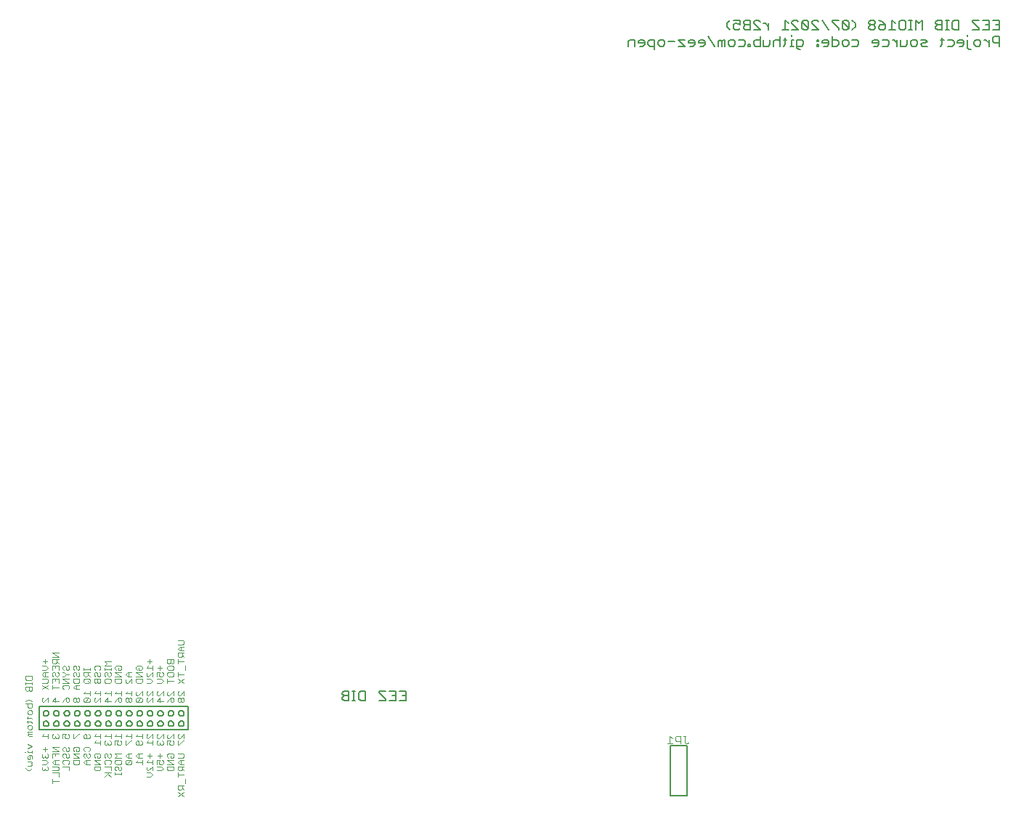
<source format=gbo>
G75*
%MOIN*%
%OFA0B0*%
%FSLAX25Y25*%
%IPPOS*%
%LPD*%
%AMOC8*
5,1,8,0,0,1.08239X$1,22.5*
%
%ADD10C,0.00500*%
%ADD11C,0.00300*%
%ADD12C,0.00400*%
D10*
X0220888Y0080879D02*
X0220888Y0091379D01*
X0289138Y0091379D01*
X0289138Y0080879D01*
X0220888Y0080879D01*
X0222638Y0083629D02*
X0222640Y0083699D01*
X0222646Y0083769D01*
X0222656Y0083838D01*
X0222669Y0083907D01*
X0222687Y0083975D01*
X0222708Y0084042D01*
X0222733Y0084107D01*
X0222762Y0084171D01*
X0222794Y0084234D01*
X0222830Y0084294D01*
X0222869Y0084352D01*
X0222911Y0084408D01*
X0222956Y0084462D01*
X0223004Y0084513D01*
X0223055Y0084561D01*
X0223109Y0084606D01*
X0223165Y0084648D01*
X0223223Y0084687D01*
X0223283Y0084723D01*
X0223346Y0084755D01*
X0223410Y0084784D01*
X0223475Y0084809D01*
X0223542Y0084830D01*
X0223610Y0084848D01*
X0223679Y0084861D01*
X0223748Y0084871D01*
X0223818Y0084877D01*
X0223888Y0084879D01*
X0223958Y0084877D01*
X0224028Y0084871D01*
X0224097Y0084861D01*
X0224166Y0084848D01*
X0224234Y0084830D01*
X0224301Y0084809D01*
X0224366Y0084784D01*
X0224430Y0084755D01*
X0224493Y0084723D01*
X0224553Y0084687D01*
X0224611Y0084648D01*
X0224667Y0084606D01*
X0224721Y0084561D01*
X0224772Y0084513D01*
X0224820Y0084462D01*
X0224865Y0084408D01*
X0224907Y0084352D01*
X0224946Y0084294D01*
X0224982Y0084234D01*
X0225014Y0084171D01*
X0225043Y0084107D01*
X0225068Y0084042D01*
X0225089Y0083975D01*
X0225107Y0083907D01*
X0225120Y0083838D01*
X0225130Y0083769D01*
X0225136Y0083699D01*
X0225138Y0083629D01*
X0225136Y0083559D01*
X0225130Y0083489D01*
X0225120Y0083420D01*
X0225107Y0083351D01*
X0225089Y0083283D01*
X0225068Y0083216D01*
X0225043Y0083151D01*
X0225014Y0083087D01*
X0224982Y0083024D01*
X0224946Y0082964D01*
X0224907Y0082906D01*
X0224865Y0082850D01*
X0224820Y0082796D01*
X0224772Y0082745D01*
X0224721Y0082697D01*
X0224667Y0082652D01*
X0224611Y0082610D01*
X0224553Y0082571D01*
X0224493Y0082535D01*
X0224430Y0082503D01*
X0224366Y0082474D01*
X0224301Y0082449D01*
X0224234Y0082428D01*
X0224166Y0082410D01*
X0224097Y0082397D01*
X0224028Y0082387D01*
X0223958Y0082381D01*
X0223888Y0082379D01*
X0223818Y0082381D01*
X0223748Y0082387D01*
X0223679Y0082397D01*
X0223610Y0082410D01*
X0223542Y0082428D01*
X0223475Y0082449D01*
X0223410Y0082474D01*
X0223346Y0082503D01*
X0223283Y0082535D01*
X0223223Y0082571D01*
X0223165Y0082610D01*
X0223109Y0082652D01*
X0223055Y0082697D01*
X0223004Y0082745D01*
X0222956Y0082796D01*
X0222911Y0082850D01*
X0222869Y0082906D01*
X0222830Y0082964D01*
X0222794Y0083024D01*
X0222762Y0083087D01*
X0222733Y0083151D01*
X0222708Y0083216D01*
X0222687Y0083283D01*
X0222669Y0083351D01*
X0222656Y0083420D01*
X0222646Y0083489D01*
X0222640Y0083559D01*
X0222638Y0083629D01*
X0222638Y0088404D02*
X0222640Y0088474D01*
X0222646Y0088544D01*
X0222656Y0088613D01*
X0222669Y0088682D01*
X0222687Y0088750D01*
X0222708Y0088817D01*
X0222733Y0088882D01*
X0222762Y0088946D01*
X0222794Y0089009D01*
X0222830Y0089069D01*
X0222869Y0089127D01*
X0222911Y0089183D01*
X0222956Y0089237D01*
X0223004Y0089288D01*
X0223055Y0089336D01*
X0223109Y0089381D01*
X0223165Y0089423D01*
X0223223Y0089462D01*
X0223283Y0089498D01*
X0223346Y0089530D01*
X0223410Y0089559D01*
X0223475Y0089584D01*
X0223542Y0089605D01*
X0223610Y0089623D01*
X0223679Y0089636D01*
X0223748Y0089646D01*
X0223818Y0089652D01*
X0223888Y0089654D01*
X0223958Y0089652D01*
X0224028Y0089646D01*
X0224097Y0089636D01*
X0224166Y0089623D01*
X0224234Y0089605D01*
X0224301Y0089584D01*
X0224366Y0089559D01*
X0224430Y0089530D01*
X0224493Y0089498D01*
X0224553Y0089462D01*
X0224611Y0089423D01*
X0224667Y0089381D01*
X0224721Y0089336D01*
X0224772Y0089288D01*
X0224820Y0089237D01*
X0224865Y0089183D01*
X0224907Y0089127D01*
X0224946Y0089069D01*
X0224982Y0089009D01*
X0225014Y0088946D01*
X0225043Y0088882D01*
X0225068Y0088817D01*
X0225089Y0088750D01*
X0225107Y0088682D01*
X0225120Y0088613D01*
X0225130Y0088544D01*
X0225136Y0088474D01*
X0225138Y0088404D01*
X0225136Y0088334D01*
X0225130Y0088264D01*
X0225120Y0088195D01*
X0225107Y0088126D01*
X0225089Y0088058D01*
X0225068Y0087991D01*
X0225043Y0087926D01*
X0225014Y0087862D01*
X0224982Y0087799D01*
X0224946Y0087739D01*
X0224907Y0087681D01*
X0224865Y0087625D01*
X0224820Y0087571D01*
X0224772Y0087520D01*
X0224721Y0087472D01*
X0224667Y0087427D01*
X0224611Y0087385D01*
X0224553Y0087346D01*
X0224493Y0087310D01*
X0224430Y0087278D01*
X0224366Y0087249D01*
X0224301Y0087224D01*
X0224234Y0087203D01*
X0224166Y0087185D01*
X0224097Y0087172D01*
X0224028Y0087162D01*
X0223958Y0087156D01*
X0223888Y0087154D01*
X0223818Y0087156D01*
X0223748Y0087162D01*
X0223679Y0087172D01*
X0223610Y0087185D01*
X0223542Y0087203D01*
X0223475Y0087224D01*
X0223410Y0087249D01*
X0223346Y0087278D01*
X0223283Y0087310D01*
X0223223Y0087346D01*
X0223165Y0087385D01*
X0223109Y0087427D01*
X0223055Y0087472D01*
X0223004Y0087520D01*
X0222956Y0087571D01*
X0222911Y0087625D01*
X0222869Y0087681D01*
X0222830Y0087739D01*
X0222794Y0087799D01*
X0222762Y0087862D01*
X0222733Y0087926D01*
X0222708Y0087991D01*
X0222687Y0088058D01*
X0222669Y0088126D01*
X0222656Y0088195D01*
X0222646Y0088264D01*
X0222640Y0088334D01*
X0222638Y0088404D01*
X0227413Y0088404D02*
X0227415Y0088474D01*
X0227421Y0088544D01*
X0227431Y0088613D01*
X0227444Y0088682D01*
X0227462Y0088750D01*
X0227483Y0088817D01*
X0227508Y0088882D01*
X0227537Y0088946D01*
X0227569Y0089009D01*
X0227605Y0089069D01*
X0227644Y0089127D01*
X0227686Y0089183D01*
X0227731Y0089237D01*
X0227779Y0089288D01*
X0227830Y0089336D01*
X0227884Y0089381D01*
X0227940Y0089423D01*
X0227998Y0089462D01*
X0228058Y0089498D01*
X0228121Y0089530D01*
X0228185Y0089559D01*
X0228250Y0089584D01*
X0228317Y0089605D01*
X0228385Y0089623D01*
X0228454Y0089636D01*
X0228523Y0089646D01*
X0228593Y0089652D01*
X0228663Y0089654D01*
X0228733Y0089652D01*
X0228803Y0089646D01*
X0228872Y0089636D01*
X0228941Y0089623D01*
X0229009Y0089605D01*
X0229076Y0089584D01*
X0229141Y0089559D01*
X0229205Y0089530D01*
X0229268Y0089498D01*
X0229328Y0089462D01*
X0229386Y0089423D01*
X0229442Y0089381D01*
X0229496Y0089336D01*
X0229547Y0089288D01*
X0229595Y0089237D01*
X0229640Y0089183D01*
X0229682Y0089127D01*
X0229721Y0089069D01*
X0229757Y0089009D01*
X0229789Y0088946D01*
X0229818Y0088882D01*
X0229843Y0088817D01*
X0229864Y0088750D01*
X0229882Y0088682D01*
X0229895Y0088613D01*
X0229905Y0088544D01*
X0229911Y0088474D01*
X0229913Y0088404D01*
X0229911Y0088334D01*
X0229905Y0088264D01*
X0229895Y0088195D01*
X0229882Y0088126D01*
X0229864Y0088058D01*
X0229843Y0087991D01*
X0229818Y0087926D01*
X0229789Y0087862D01*
X0229757Y0087799D01*
X0229721Y0087739D01*
X0229682Y0087681D01*
X0229640Y0087625D01*
X0229595Y0087571D01*
X0229547Y0087520D01*
X0229496Y0087472D01*
X0229442Y0087427D01*
X0229386Y0087385D01*
X0229328Y0087346D01*
X0229268Y0087310D01*
X0229205Y0087278D01*
X0229141Y0087249D01*
X0229076Y0087224D01*
X0229009Y0087203D01*
X0228941Y0087185D01*
X0228872Y0087172D01*
X0228803Y0087162D01*
X0228733Y0087156D01*
X0228663Y0087154D01*
X0228593Y0087156D01*
X0228523Y0087162D01*
X0228454Y0087172D01*
X0228385Y0087185D01*
X0228317Y0087203D01*
X0228250Y0087224D01*
X0228185Y0087249D01*
X0228121Y0087278D01*
X0228058Y0087310D01*
X0227998Y0087346D01*
X0227940Y0087385D01*
X0227884Y0087427D01*
X0227830Y0087472D01*
X0227779Y0087520D01*
X0227731Y0087571D01*
X0227686Y0087625D01*
X0227644Y0087681D01*
X0227605Y0087739D01*
X0227569Y0087799D01*
X0227537Y0087862D01*
X0227508Y0087926D01*
X0227483Y0087991D01*
X0227462Y0088058D01*
X0227444Y0088126D01*
X0227431Y0088195D01*
X0227421Y0088264D01*
X0227415Y0088334D01*
X0227413Y0088404D01*
X0227413Y0083629D02*
X0227415Y0083699D01*
X0227421Y0083769D01*
X0227431Y0083838D01*
X0227444Y0083907D01*
X0227462Y0083975D01*
X0227483Y0084042D01*
X0227508Y0084107D01*
X0227537Y0084171D01*
X0227569Y0084234D01*
X0227605Y0084294D01*
X0227644Y0084352D01*
X0227686Y0084408D01*
X0227731Y0084462D01*
X0227779Y0084513D01*
X0227830Y0084561D01*
X0227884Y0084606D01*
X0227940Y0084648D01*
X0227998Y0084687D01*
X0228058Y0084723D01*
X0228121Y0084755D01*
X0228185Y0084784D01*
X0228250Y0084809D01*
X0228317Y0084830D01*
X0228385Y0084848D01*
X0228454Y0084861D01*
X0228523Y0084871D01*
X0228593Y0084877D01*
X0228663Y0084879D01*
X0228733Y0084877D01*
X0228803Y0084871D01*
X0228872Y0084861D01*
X0228941Y0084848D01*
X0229009Y0084830D01*
X0229076Y0084809D01*
X0229141Y0084784D01*
X0229205Y0084755D01*
X0229268Y0084723D01*
X0229328Y0084687D01*
X0229386Y0084648D01*
X0229442Y0084606D01*
X0229496Y0084561D01*
X0229547Y0084513D01*
X0229595Y0084462D01*
X0229640Y0084408D01*
X0229682Y0084352D01*
X0229721Y0084294D01*
X0229757Y0084234D01*
X0229789Y0084171D01*
X0229818Y0084107D01*
X0229843Y0084042D01*
X0229864Y0083975D01*
X0229882Y0083907D01*
X0229895Y0083838D01*
X0229905Y0083769D01*
X0229911Y0083699D01*
X0229913Y0083629D01*
X0229911Y0083559D01*
X0229905Y0083489D01*
X0229895Y0083420D01*
X0229882Y0083351D01*
X0229864Y0083283D01*
X0229843Y0083216D01*
X0229818Y0083151D01*
X0229789Y0083087D01*
X0229757Y0083024D01*
X0229721Y0082964D01*
X0229682Y0082906D01*
X0229640Y0082850D01*
X0229595Y0082796D01*
X0229547Y0082745D01*
X0229496Y0082697D01*
X0229442Y0082652D01*
X0229386Y0082610D01*
X0229328Y0082571D01*
X0229268Y0082535D01*
X0229205Y0082503D01*
X0229141Y0082474D01*
X0229076Y0082449D01*
X0229009Y0082428D01*
X0228941Y0082410D01*
X0228872Y0082397D01*
X0228803Y0082387D01*
X0228733Y0082381D01*
X0228663Y0082379D01*
X0228593Y0082381D01*
X0228523Y0082387D01*
X0228454Y0082397D01*
X0228385Y0082410D01*
X0228317Y0082428D01*
X0228250Y0082449D01*
X0228185Y0082474D01*
X0228121Y0082503D01*
X0228058Y0082535D01*
X0227998Y0082571D01*
X0227940Y0082610D01*
X0227884Y0082652D01*
X0227830Y0082697D01*
X0227779Y0082745D01*
X0227731Y0082796D01*
X0227686Y0082850D01*
X0227644Y0082906D01*
X0227605Y0082964D01*
X0227569Y0083024D01*
X0227537Y0083087D01*
X0227508Y0083151D01*
X0227483Y0083216D01*
X0227462Y0083283D01*
X0227444Y0083351D01*
X0227431Y0083420D01*
X0227421Y0083489D01*
X0227415Y0083559D01*
X0227413Y0083629D01*
X0232188Y0083629D02*
X0232190Y0083699D01*
X0232196Y0083769D01*
X0232206Y0083838D01*
X0232219Y0083907D01*
X0232237Y0083975D01*
X0232258Y0084042D01*
X0232283Y0084107D01*
X0232312Y0084171D01*
X0232344Y0084234D01*
X0232380Y0084294D01*
X0232419Y0084352D01*
X0232461Y0084408D01*
X0232506Y0084462D01*
X0232554Y0084513D01*
X0232605Y0084561D01*
X0232659Y0084606D01*
X0232715Y0084648D01*
X0232773Y0084687D01*
X0232833Y0084723D01*
X0232896Y0084755D01*
X0232960Y0084784D01*
X0233025Y0084809D01*
X0233092Y0084830D01*
X0233160Y0084848D01*
X0233229Y0084861D01*
X0233298Y0084871D01*
X0233368Y0084877D01*
X0233438Y0084879D01*
X0233508Y0084877D01*
X0233578Y0084871D01*
X0233647Y0084861D01*
X0233716Y0084848D01*
X0233784Y0084830D01*
X0233851Y0084809D01*
X0233916Y0084784D01*
X0233980Y0084755D01*
X0234043Y0084723D01*
X0234103Y0084687D01*
X0234161Y0084648D01*
X0234217Y0084606D01*
X0234271Y0084561D01*
X0234322Y0084513D01*
X0234370Y0084462D01*
X0234415Y0084408D01*
X0234457Y0084352D01*
X0234496Y0084294D01*
X0234532Y0084234D01*
X0234564Y0084171D01*
X0234593Y0084107D01*
X0234618Y0084042D01*
X0234639Y0083975D01*
X0234657Y0083907D01*
X0234670Y0083838D01*
X0234680Y0083769D01*
X0234686Y0083699D01*
X0234688Y0083629D01*
X0234686Y0083559D01*
X0234680Y0083489D01*
X0234670Y0083420D01*
X0234657Y0083351D01*
X0234639Y0083283D01*
X0234618Y0083216D01*
X0234593Y0083151D01*
X0234564Y0083087D01*
X0234532Y0083024D01*
X0234496Y0082964D01*
X0234457Y0082906D01*
X0234415Y0082850D01*
X0234370Y0082796D01*
X0234322Y0082745D01*
X0234271Y0082697D01*
X0234217Y0082652D01*
X0234161Y0082610D01*
X0234103Y0082571D01*
X0234043Y0082535D01*
X0233980Y0082503D01*
X0233916Y0082474D01*
X0233851Y0082449D01*
X0233784Y0082428D01*
X0233716Y0082410D01*
X0233647Y0082397D01*
X0233578Y0082387D01*
X0233508Y0082381D01*
X0233438Y0082379D01*
X0233368Y0082381D01*
X0233298Y0082387D01*
X0233229Y0082397D01*
X0233160Y0082410D01*
X0233092Y0082428D01*
X0233025Y0082449D01*
X0232960Y0082474D01*
X0232896Y0082503D01*
X0232833Y0082535D01*
X0232773Y0082571D01*
X0232715Y0082610D01*
X0232659Y0082652D01*
X0232605Y0082697D01*
X0232554Y0082745D01*
X0232506Y0082796D01*
X0232461Y0082850D01*
X0232419Y0082906D01*
X0232380Y0082964D01*
X0232344Y0083024D01*
X0232312Y0083087D01*
X0232283Y0083151D01*
X0232258Y0083216D01*
X0232237Y0083283D01*
X0232219Y0083351D01*
X0232206Y0083420D01*
X0232196Y0083489D01*
X0232190Y0083559D01*
X0232188Y0083629D01*
X0232188Y0088404D02*
X0232190Y0088474D01*
X0232196Y0088544D01*
X0232206Y0088613D01*
X0232219Y0088682D01*
X0232237Y0088750D01*
X0232258Y0088817D01*
X0232283Y0088882D01*
X0232312Y0088946D01*
X0232344Y0089009D01*
X0232380Y0089069D01*
X0232419Y0089127D01*
X0232461Y0089183D01*
X0232506Y0089237D01*
X0232554Y0089288D01*
X0232605Y0089336D01*
X0232659Y0089381D01*
X0232715Y0089423D01*
X0232773Y0089462D01*
X0232833Y0089498D01*
X0232896Y0089530D01*
X0232960Y0089559D01*
X0233025Y0089584D01*
X0233092Y0089605D01*
X0233160Y0089623D01*
X0233229Y0089636D01*
X0233298Y0089646D01*
X0233368Y0089652D01*
X0233438Y0089654D01*
X0233508Y0089652D01*
X0233578Y0089646D01*
X0233647Y0089636D01*
X0233716Y0089623D01*
X0233784Y0089605D01*
X0233851Y0089584D01*
X0233916Y0089559D01*
X0233980Y0089530D01*
X0234043Y0089498D01*
X0234103Y0089462D01*
X0234161Y0089423D01*
X0234217Y0089381D01*
X0234271Y0089336D01*
X0234322Y0089288D01*
X0234370Y0089237D01*
X0234415Y0089183D01*
X0234457Y0089127D01*
X0234496Y0089069D01*
X0234532Y0089009D01*
X0234564Y0088946D01*
X0234593Y0088882D01*
X0234618Y0088817D01*
X0234639Y0088750D01*
X0234657Y0088682D01*
X0234670Y0088613D01*
X0234680Y0088544D01*
X0234686Y0088474D01*
X0234688Y0088404D01*
X0234686Y0088334D01*
X0234680Y0088264D01*
X0234670Y0088195D01*
X0234657Y0088126D01*
X0234639Y0088058D01*
X0234618Y0087991D01*
X0234593Y0087926D01*
X0234564Y0087862D01*
X0234532Y0087799D01*
X0234496Y0087739D01*
X0234457Y0087681D01*
X0234415Y0087625D01*
X0234370Y0087571D01*
X0234322Y0087520D01*
X0234271Y0087472D01*
X0234217Y0087427D01*
X0234161Y0087385D01*
X0234103Y0087346D01*
X0234043Y0087310D01*
X0233980Y0087278D01*
X0233916Y0087249D01*
X0233851Y0087224D01*
X0233784Y0087203D01*
X0233716Y0087185D01*
X0233647Y0087172D01*
X0233578Y0087162D01*
X0233508Y0087156D01*
X0233438Y0087154D01*
X0233368Y0087156D01*
X0233298Y0087162D01*
X0233229Y0087172D01*
X0233160Y0087185D01*
X0233092Y0087203D01*
X0233025Y0087224D01*
X0232960Y0087249D01*
X0232896Y0087278D01*
X0232833Y0087310D01*
X0232773Y0087346D01*
X0232715Y0087385D01*
X0232659Y0087427D01*
X0232605Y0087472D01*
X0232554Y0087520D01*
X0232506Y0087571D01*
X0232461Y0087625D01*
X0232419Y0087681D01*
X0232380Y0087739D01*
X0232344Y0087799D01*
X0232312Y0087862D01*
X0232283Y0087926D01*
X0232258Y0087991D01*
X0232237Y0088058D01*
X0232219Y0088126D01*
X0232206Y0088195D01*
X0232196Y0088264D01*
X0232190Y0088334D01*
X0232188Y0088404D01*
X0236963Y0088404D02*
X0236965Y0088474D01*
X0236971Y0088544D01*
X0236981Y0088613D01*
X0236994Y0088682D01*
X0237012Y0088750D01*
X0237033Y0088817D01*
X0237058Y0088882D01*
X0237087Y0088946D01*
X0237119Y0089009D01*
X0237155Y0089069D01*
X0237194Y0089127D01*
X0237236Y0089183D01*
X0237281Y0089237D01*
X0237329Y0089288D01*
X0237380Y0089336D01*
X0237434Y0089381D01*
X0237490Y0089423D01*
X0237548Y0089462D01*
X0237608Y0089498D01*
X0237671Y0089530D01*
X0237735Y0089559D01*
X0237800Y0089584D01*
X0237867Y0089605D01*
X0237935Y0089623D01*
X0238004Y0089636D01*
X0238073Y0089646D01*
X0238143Y0089652D01*
X0238213Y0089654D01*
X0238283Y0089652D01*
X0238353Y0089646D01*
X0238422Y0089636D01*
X0238491Y0089623D01*
X0238559Y0089605D01*
X0238626Y0089584D01*
X0238691Y0089559D01*
X0238755Y0089530D01*
X0238818Y0089498D01*
X0238878Y0089462D01*
X0238936Y0089423D01*
X0238992Y0089381D01*
X0239046Y0089336D01*
X0239097Y0089288D01*
X0239145Y0089237D01*
X0239190Y0089183D01*
X0239232Y0089127D01*
X0239271Y0089069D01*
X0239307Y0089009D01*
X0239339Y0088946D01*
X0239368Y0088882D01*
X0239393Y0088817D01*
X0239414Y0088750D01*
X0239432Y0088682D01*
X0239445Y0088613D01*
X0239455Y0088544D01*
X0239461Y0088474D01*
X0239463Y0088404D01*
X0239461Y0088334D01*
X0239455Y0088264D01*
X0239445Y0088195D01*
X0239432Y0088126D01*
X0239414Y0088058D01*
X0239393Y0087991D01*
X0239368Y0087926D01*
X0239339Y0087862D01*
X0239307Y0087799D01*
X0239271Y0087739D01*
X0239232Y0087681D01*
X0239190Y0087625D01*
X0239145Y0087571D01*
X0239097Y0087520D01*
X0239046Y0087472D01*
X0238992Y0087427D01*
X0238936Y0087385D01*
X0238878Y0087346D01*
X0238818Y0087310D01*
X0238755Y0087278D01*
X0238691Y0087249D01*
X0238626Y0087224D01*
X0238559Y0087203D01*
X0238491Y0087185D01*
X0238422Y0087172D01*
X0238353Y0087162D01*
X0238283Y0087156D01*
X0238213Y0087154D01*
X0238143Y0087156D01*
X0238073Y0087162D01*
X0238004Y0087172D01*
X0237935Y0087185D01*
X0237867Y0087203D01*
X0237800Y0087224D01*
X0237735Y0087249D01*
X0237671Y0087278D01*
X0237608Y0087310D01*
X0237548Y0087346D01*
X0237490Y0087385D01*
X0237434Y0087427D01*
X0237380Y0087472D01*
X0237329Y0087520D01*
X0237281Y0087571D01*
X0237236Y0087625D01*
X0237194Y0087681D01*
X0237155Y0087739D01*
X0237119Y0087799D01*
X0237087Y0087862D01*
X0237058Y0087926D01*
X0237033Y0087991D01*
X0237012Y0088058D01*
X0236994Y0088126D01*
X0236981Y0088195D01*
X0236971Y0088264D01*
X0236965Y0088334D01*
X0236963Y0088404D01*
X0236963Y0083629D02*
X0236965Y0083699D01*
X0236971Y0083769D01*
X0236981Y0083838D01*
X0236994Y0083907D01*
X0237012Y0083975D01*
X0237033Y0084042D01*
X0237058Y0084107D01*
X0237087Y0084171D01*
X0237119Y0084234D01*
X0237155Y0084294D01*
X0237194Y0084352D01*
X0237236Y0084408D01*
X0237281Y0084462D01*
X0237329Y0084513D01*
X0237380Y0084561D01*
X0237434Y0084606D01*
X0237490Y0084648D01*
X0237548Y0084687D01*
X0237608Y0084723D01*
X0237671Y0084755D01*
X0237735Y0084784D01*
X0237800Y0084809D01*
X0237867Y0084830D01*
X0237935Y0084848D01*
X0238004Y0084861D01*
X0238073Y0084871D01*
X0238143Y0084877D01*
X0238213Y0084879D01*
X0238283Y0084877D01*
X0238353Y0084871D01*
X0238422Y0084861D01*
X0238491Y0084848D01*
X0238559Y0084830D01*
X0238626Y0084809D01*
X0238691Y0084784D01*
X0238755Y0084755D01*
X0238818Y0084723D01*
X0238878Y0084687D01*
X0238936Y0084648D01*
X0238992Y0084606D01*
X0239046Y0084561D01*
X0239097Y0084513D01*
X0239145Y0084462D01*
X0239190Y0084408D01*
X0239232Y0084352D01*
X0239271Y0084294D01*
X0239307Y0084234D01*
X0239339Y0084171D01*
X0239368Y0084107D01*
X0239393Y0084042D01*
X0239414Y0083975D01*
X0239432Y0083907D01*
X0239445Y0083838D01*
X0239455Y0083769D01*
X0239461Y0083699D01*
X0239463Y0083629D01*
X0239461Y0083559D01*
X0239455Y0083489D01*
X0239445Y0083420D01*
X0239432Y0083351D01*
X0239414Y0083283D01*
X0239393Y0083216D01*
X0239368Y0083151D01*
X0239339Y0083087D01*
X0239307Y0083024D01*
X0239271Y0082964D01*
X0239232Y0082906D01*
X0239190Y0082850D01*
X0239145Y0082796D01*
X0239097Y0082745D01*
X0239046Y0082697D01*
X0238992Y0082652D01*
X0238936Y0082610D01*
X0238878Y0082571D01*
X0238818Y0082535D01*
X0238755Y0082503D01*
X0238691Y0082474D01*
X0238626Y0082449D01*
X0238559Y0082428D01*
X0238491Y0082410D01*
X0238422Y0082397D01*
X0238353Y0082387D01*
X0238283Y0082381D01*
X0238213Y0082379D01*
X0238143Y0082381D01*
X0238073Y0082387D01*
X0238004Y0082397D01*
X0237935Y0082410D01*
X0237867Y0082428D01*
X0237800Y0082449D01*
X0237735Y0082474D01*
X0237671Y0082503D01*
X0237608Y0082535D01*
X0237548Y0082571D01*
X0237490Y0082610D01*
X0237434Y0082652D01*
X0237380Y0082697D01*
X0237329Y0082745D01*
X0237281Y0082796D01*
X0237236Y0082850D01*
X0237194Y0082906D01*
X0237155Y0082964D01*
X0237119Y0083024D01*
X0237087Y0083087D01*
X0237058Y0083151D01*
X0237033Y0083216D01*
X0237012Y0083283D01*
X0236994Y0083351D01*
X0236981Y0083420D01*
X0236971Y0083489D01*
X0236965Y0083559D01*
X0236963Y0083629D01*
X0241738Y0083629D02*
X0241740Y0083699D01*
X0241746Y0083769D01*
X0241756Y0083838D01*
X0241769Y0083907D01*
X0241787Y0083975D01*
X0241808Y0084042D01*
X0241833Y0084107D01*
X0241862Y0084171D01*
X0241894Y0084234D01*
X0241930Y0084294D01*
X0241969Y0084352D01*
X0242011Y0084408D01*
X0242056Y0084462D01*
X0242104Y0084513D01*
X0242155Y0084561D01*
X0242209Y0084606D01*
X0242265Y0084648D01*
X0242323Y0084687D01*
X0242383Y0084723D01*
X0242446Y0084755D01*
X0242510Y0084784D01*
X0242575Y0084809D01*
X0242642Y0084830D01*
X0242710Y0084848D01*
X0242779Y0084861D01*
X0242848Y0084871D01*
X0242918Y0084877D01*
X0242988Y0084879D01*
X0243058Y0084877D01*
X0243128Y0084871D01*
X0243197Y0084861D01*
X0243266Y0084848D01*
X0243334Y0084830D01*
X0243401Y0084809D01*
X0243466Y0084784D01*
X0243530Y0084755D01*
X0243593Y0084723D01*
X0243653Y0084687D01*
X0243711Y0084648D01*
X0243767Y0084606D01*
X0243821Y0084561D01*
X0243872Y0084513D01*
X0243920Y0084462D01*
X0243965Y0084408D01*
X0244007Y0084352D01*
X0244046Y0084294D01*
X0244082Y0084234D01*
X0244114Y0084171D01*
X0244143Y0084107D01*
X0244168Y0084042D01*
X0244189Y0083975D01*
X0244207Y0083907D01*
X0244220Y0083838D01*
X0244230Y0083769D01*
X0244236Y0083699D01*
X0244238Y0083629D01*
X0244236Y0083559D01*
X0244230Y0083489D01*
X0244220Y0083420D01*
X0244207Y0083351D01*
X0244189Y0083283D01*
X0244168Y0083216D01*
X0244143Y0083151D01*
X0244114Y0083087D01*
X0244082Y0083024D01*
X0244046Y0082964D01*
X0244007Y0082906D01*
X0243965Y0082850D01*
X0243920Y0082796D01*
X0243872Y0082745D01*
X0243821Y0082697D01*
X0243767Y0082652D01*
X0243711Y0082610D01*
X0243653Y0082571D01*
X0243593Y0082535D01*
X0243530Y0082503D01*
X0243466Y0082474D01*
X0243401Y0082449D01*
X0243334Y0082428D01*
X0243266Y0082410D01*
X0243197Y0082397D01*
X0243128Y0082387D01*
X0243058Y0082381D01*
X0242988Y0082379D01*
X0242918Y0082381D01*
X0242848Y0082387D01*
X0242779Y0082397D01*
X0242710Y0082410D01*
X0242642Y0082428D01*
X0242575Y0082449D01*
X0242510Y0082474D01*
X0242446Y0082503D01*
X0242383Y0082535D01*
X0242323Y0082571D01*
X0242265Y0082610D01*
X0242209Y0082652D01*
X0242155Y0082697D01*
X0242104Y0082745D01*
X0242056Y0082796D01*
X0242011Y0082850D01*
X0241969Y0082906D01*
X0241930Y0082964D01*
X0241894Y0083024D01*
X0241862Y0083087D01*
X0241833Y0083151D01*
X0241808Y0083216D01*
X0241787Y0083283D01*
X0241769Y0083351D01*
X0241756Y0083420D01*
X0241746Y0083489D01*
X0241740Y0083559D01*
X0241738Y0083629D01*
X0241738Y0088404D02*
X0241740Y0088474D01*
X0241746Y0088544D01*
X0241756Y0088613D01*
X0241769Y0088682D01*
X0241787Y0088750D01*
X0241808Y0088817D01*
X0241833Y0088882D01*
X0241862Y0088946D01*
X0241894Y0089009D01*
X0241930Y0089069D01*
X0241969Y0089127D01*
X0242011Y0089183D01*
X0242056Y0089237D01*
X0242104Y0089288D01*
X0242155Y0089336D01*
X0242209Y0089381D01*
X0242265Y0089423D01*
X0242323Y0089462D01*
X0242383Y0089498D01*
X0242446Y0089530D01*
X0242510Y0089559D01*
X0242575Y0089584D01*
X0242642Y0089605D01*
X0242710Y0089623D01*
X0242779Y0089636D01*
X0242848Y0089646D01*
X0242918Y0089652D01*
X0242988Y0089654D01*
X0243058Y0089652D01*
X0243128Y0089646D01*
X0243197Y0089636D01*
X0243266Y0089623D01*
X0243334Y0089605D01*
X0243401Y0089584D01*
X0243466Y0089559D01*
X0243530Y0089530D01*
X0243593Y0089498D01*
X0243653Y0089462D01*
X0243711Y0089423D01*
X0243767Y0089381D01*
X0243821Y0089336D01*
X0243872Y0089288D01*
X0243920Y0089237D01*
X0243965Y0089183D01*
X0244007Y0089127D01*
X0244046Y0089069D01*
X0244082Y0089009D01*
X0244114Y0088946D01*
X0244143Y0088882D01*
X0244168Y0088817D01*
X0244189Y0088750D01*
X0244207Y0088682D01*
X0244220Y0088613D01*
X0244230Y0088544D01*
X0244236Y0088474D01*
X0244238Y0088404D01*
X0244236Y0088334D01*
X0244230Y0088264D01*
X0244220Y0088195D01*
X0244207Y0088126D01*
X0244189Y0088058D01*
X0244168Y0087991D01*
X0244143Y0087926D01*
X0244114Y0087862D01*
X0244082Y0087799D01*
X0244046Y0087739D01*
X0244007Y0087681D01*
X0243965Y0087625D01*
X0243920Y0087571D01*
X0243872Y0087520D01*
X0243821Y0087472D01*
X0243767Y0087427D01*
X0243711Y0087385D01*
X0243653Y0087346D01*
X0243593Y0087310D01*
X0243530Y0087278D01*
X0243466Y0087249D01*
X0243401Y0087224D01*
X0243334Y0087203D01*
X0243266Y0087185D01*
X0243197Y0087172D01*
X0243128Y0087162D01*
X0243058Y0087156D01*
X0242988Y0087154D01*
X0242918Y0087156D01*
X0242848Y0087162D01*
X0242779Y0087172D01*
X0242710Y0087185D01*
X0242642Y0087203D01*
X0242575Y0087224D01*
X0242510Y0087249D01*
X0242446Y0087278D01*
X0242383Y0087310D01*
X0242323Y0087346D01*
X0242265Y0087385D01*
X0242209Y0087427D01*
X0242155Y0087472D01*
X0242104Y0087520D01*
X0242056Y0087571D01*
X0242011Y0087625D01*
X0241969Y0087681D01*
X0241930Y0087739D01*
X0241894Y0087799D01*
X0241862Y0087862D01*
X0241833Y0087926D01*
X0241808Y0087991D01*
X0241787Y0088058D01*
X0241769Y0088126D01*
X0241756Y0088195D01*
X0241746Y0088264D01*
X0241740Y0088334D01*
X0241738Y0088404D01*
X0246513Y0088404D02*
X0246515Y0088474D01*
X0246521Y0088544D01*
X0246531Y0088613D01*
X0246544Y0088682D01*
X0246562Y0088750D01*
X0246583Y0088817D01*
X0246608Y0088882D01*
X0246637Y0088946D01*
X0246669Y0089009D01*
X0246705Y0089069D01*
X0246744Y0089127D01*
X0246786Y0089183D01*
X0246831Y0089237D01*
X0246879Y0089288D01*
X0246930Y0089336D01*
X0246984Y0089381D01*
X0247040Y0089423D01*
X0247098Y0089462D01*
X0247158Y0089498D01*
X0247221Y0089530D01*
X0247285Y0089559D01*
X0247350Y0089584D01*
X0247417Y0089605D01*
X0247485Y0089623D01*
X0247554Y0089636D01*
X0247623Y0089646D01*
X0247693Y0089652D01*
X0247763Y0089654D01*
X0247833Y0089652D01*
X0247903Y0089646D01*
X0247972Y0089636D01*
X0248041Y0089623D01*
X0248109Y0089605D01*
X0248176Y0089584D01*
X0248241Y0089559D01*
X0248305Y0089530D01*
X0248368Y0089498D01*
X0248428Y0089462D01*
X0248486Y0089423D01*
X0248542Y0089381D01*
X0248596Y0089336D01*
X0248647Y0089288D01*
X0248695Y0089237D01*
X0248740Y0089183D01*
X0248782Y0089127D01*
X0248821Y0089069D01*
X0248857Y0089009D01*
X0248889Y0088946D01*
X0248918Y0088882D01*
X0248943Y0088817D01*
X0248964Y0088750D01*
X0248982Y0088682D01*
X0248995Y0088613D01*
X0249005Y0088544D01*
X0249011Y0088474D01*
X0249013Y0088404D01*
X0249011Y0088334D01*
X0249005Y0088264D01*
X0248995Y0088195D01*
X0248982Y0088126D01*
X0248964Y0088058D01*
X0248943Y0087991D01*
X0248918Y0087926D01*
X0248889Y0087862D01*
X0248857Y0087799D01*
X0248821Y0087739D01*
X0248782Y0087681D01*
X0248740Y0087625D01*
X0248695Y0087571D01*
X0248647Y0087520D01*
X0248596Y0087472D01*
X0248542Y0087427D01*
X0248486Y0087385D01*
X0248428Y0087346D01*
X0248368Y0087310D01*
X0248305Y0087278D01*
X0248241Y0087249D01*
X0248176Y0087224D01*
X0248109Y0087203D01*
X0248041Y0087185D01*
X0247972Y0087172D01*
X0247903Y0087162D01*
X0247833Y0087156D01*
X0247763Y0087154D01*
X0247693Y0087156D01*
X0247623Y0087162D01*
X0247554Y0087172D01*
X0247485Y0087185D01*
X0247417Y0087203D01*
X0247350Y0087224D01*
X0247285Y0087249D01*
X0247221Y0087278D01*
X0247158Y0087310D01*
X0247098Y0087346D01*
X0247040Y0087385D01*
X0246984Y0087427D01*
X0246930Y0087472D01*
X0246879Y0087520D01*
X0246831Y0087571D01*
X0246786Y0087625D01*
X0246744Y0087681D01*
X0246705Y0087739D01*
X0246669Y0087799D01*
X0246637Y0087862D01*
X0246608Y0087926D01*
X0246583Y0087991D01*
X0246562Y0088058D01*
X0246544Y0088126D01*
X0246531Y0088195D01*
X0246521Y0088264D01*
X0246515Y0088334D01*
X0246513Y0088404D01*
X0246513Y0083629D02*
X0246515Y0083699D01*
X0246521Y0083769D01*
X0246531Y0083838D01*
X0246544Y0083907D01*
X0246562Y0083975D01*
X0246583Y0084042D01*
X0246608Y0084107D01*
X0246637Y0084171D01*
X0246669Y0084234D01*
X0246705Y0084294D01*
X0246744Y0084352D01*
X0246786Y0084408D01*
X0246831Y0084462D01*
X0246879Y0084513D01*
X0246930Y0084561D01*
X0246984Y0084606D01*
X0247040Y0084648D01*
X0247098Y0084687D01*
X0247158Y0084723D01*
X0247221Y0084755D01*
X0247285Y0084784D01*
X0247350Y0084809D01*
X0247417Y0084830D01*
X0247485Y0084848D01*
X0247554Y0084861D01*
X0247623Y0084871D01*
X0247693Y0084877D01*
X0247763Y0084879D01*
X0247833Y0084877D01*
X0247903Y0084871D01*
X0247972Y0084861D01*
X0248041Y0084848D01*
X0248109Y0084830D01*
X0248176Y0084809D01*
X0248241Y0084784D01*
X0248305Y0084755D01*
X0248368Y0084723D01*
X0248428Y0084687D01*
X0248486Y0084648D01*
X0248542Y0084606D01*
X0248596Y0084561D01*
X0248647Y0084513D01*
X0248695Y0084462D01*
X0248740Y0084408D01*
X0248782Y0084352D01*
X0248821Y0084294D01*
X0248857Y0084234D01*
X0248889Y0084171D01*
X0248918Y0084107D01*
X0248943Y0084042D01*
X0248964Y0083975D01*
X0248982Y0083907D01*
X0248995Y0083838D01*
X0249005Y0083769D01*
X0249011Y0083699D01*
X0249013Y0083629D01*
X0249011Y0083559D01*
X0249005Y0083489D01*
X0248995Y0083420D01*
X0248982Y0083351D01*
X0248964Y0083283D01*
X0248943Y0083216D01*
X0248918Y0083151D01*
X0248889Y0083087D01*
X0248857Y0083024D01*
X0248821Y0082964D01*
X0248782Y0082906D01*
X0248740Y0082850D01*
X0248695Y0082796D01*
X0248647Y0082745D01*
X0248596Y0082697D01*
X0248542Y0082652D01*
X0248486Y0082610D01*
X0248428Y0082571D01*
X0248368Y0082535D01*
X0248305Y0082503D01*
X0248241Y0082474D01*
X0248176Y0082449D01*
X0248109Y0082428D01*
X0248041Y0082410D01*
X0247972Y0082397D01*
X0247903Y0082387D01*
X0247833Y0082381D01*
X0247763Y0082379D01*
X0247693Y0082381D01*
X0247623Y0082387D01*
X0247554Y0082397D01*
X0247485Y0082410D01*
X0247417Y0082428D01*
X0247350Y0082449D01*
X0247285Y0082474D01*
X0247221Y0082503D01*
X0247158Y0082535D01*
X0247098Y0082571D01*
X0247040Y0082610D01*
X0246984Y0082652D01*
X0246930Y0082697D01*
X0246879Y0082745D01*
X0246831Y0082796D01*
X0246786Y0082850D01*
X0246744Y0082906D01*
X0246705Y0082964D01*
X0246669Y0083024D01*
X0246637Y0083087D01*
X0246608Y0083151D01*
X0246583Y0083216D01*
X0246562Y0083283D01*
X0246544Y0083351D01*
X0246531Y0083420D01*
X0246521Y0083489D01*
X0246515Y0083559D01*
X0246513Y0083629D01*
X0251288Y0083629D02*
X0251290Y0083699D01*
X0251296Y0083769D01*
X0251306Y0083838D01*
X0251319Y0083907D01*
X0251337Y0083975D01*
X0251358Y0084042D01*
X0251383Y0084107D01*
X0251412Y0084171D01*
X0251444Y0084234D01*
X0251480Y0084294D01*
X0251519Y0084352D01*
X0251561Y0084408D01*
X0251606Y0084462D01*
X0251654Y0084513D01*
X0251705Y0084561D01*
X0251759Y0084606D01*
X0251815Y0084648D01*
X0251873Y0084687D01*
X0251933Y0084723D01*
X0251996Y0084755D01*
X0252060Y0084784D01*
X0252125Y0084809D01*
X0252192Y0084830D01*
X0252260Y0084848D01*
X0252329Y0084861D01*
X0252398Y0084871D01*
X0252468Y0084877D01*
X0252538Y0084879D01*
X0252608Y0084877D01*
X0252678Y0084871D01*
X0252747Y0084861D01*
X0252816Y0084848D01*
X0252884Y0084830D01*
X0252951Y0084809D01*
X0253016Y0084784D01*
X0253080Y0084755D01*
X0253143Y0084723D01*
X0253203Y0084687D01*
X0253261Y0084648D01*
X0253317Y0084606D01*
X0253371Y0084561D01*
X0253422Y0084513D01*
X0253470Y0084462D01*
X0253515Y0084408D01*
X0253557Y0084352D01*
X0253596Y0084294D01*
X0253632Y0084234D01*
X0253664Y0084171D01*
X0253693Y0084107D01*
X0253718Y0084042D01*
X0253739Y0083975D01*
X0253757Y0083907D01*
X0253770Y0083838D01*
X0253780Y0083769D01*
X0253786Y0083699D01*
X0253788Y0083629D01*
X0253786Y0083559D01*
X0253780Y0083489D01*
X0253770Y0083420D01*
X0253757Y0083351D01*
X0253739Y0083283D01*
X0253718Y0083216D01*
X0253693Y0083151D01*
X0253664Y0083087D01*
X0253632Y0083024D01*
X0253596Y0082964D01*
X0253557Y0082906D01*
X0253515Y0082850D01*
X0253470Y0082796D01*
X0253422Y0082745D01*
X0253371Y0082697D01*
X0253317Y0082652D01*
X0253261Y0082610D01*
X0253203Y0082571D01*
X0253143Y0082535D01*
X0253080Y0082503D01*
X0253016Y0082474D01*
X0252951Y0082449D01*
X0252884Y0082428D01*
X0252816Y0082410D01*
X0252747Y0082397D01*
X0252678Y0082387D01*
X0252608Y0082381D01*
X0252538Y0082379D01*
X0252468Y0082381D01*
X0252398Y0082387D01*
X0252329Y0082397D01*
X0252260Y0082410D01*
X0252192Y0082428D01*
X0252125Y0082449D01*
X0252060Y0082474D01*
X0251996Y0082503D01*
X0251933Y0082535D01*
X0251873Y0082571D01*
X0251815Y0082610D01*
X0251759Y0082652D01*
X0251705Y0082697D01*
X0251654Y0082745D01*
X0251606Y0082796D01*
X0251561Y0082850D01*
X0251519Y0082906D01*
X0251480Y0082964D01*
X0251444Y0083024D01*
X0251412Y0083087D01*
X0251383Y0083151D01*
X0251358Y0083216D01*
X0251337Y0083283D01*
X0251319Y0083351D01*
X0251306Y0083420D01*
X0251296Y0083489D01*
X0251290Y0083559D01*
X0251288Y0083629D01*
X0251288Y0088404D02*
X0251290Y0088474D01*
X0251296Y0088544D01*
X0251306Y0088613D01*
X0251319Y0088682D01*
X0251337Y0088750D01*
X0251358Y0088817D01*
X0251383Y0088882D01*
X0251412Y0088946D01*
X0251444Y0089009D01*
X0251480Y0089069D01*
X0251519Y0089127D01*
X0251561Y0089183D01*
X0251606Y0089237D01*
X0251654Y0089288D01*
X0251705Y0089336D01*
X0251759Y0089381D01*
X0251815Y0089423D01*
X0251873Y0089462D01*
X0251933Y0089498D01*
X0251996Y0089530D01*
X0252060Y0089559D01*
X0252125Y0089584D01*
X0252192Y0089605D01*
X0252260Y0089623D01*
X0252329Y0089636D01*
X0252398Y0089646D01*
X0252468Y0089652D01*
X0252538Y0089654D01*
X0252608Y0089652D01*
X0252678Y0089646D01*
X0252747Y0089636D01*
X0252816Y0089623D01*
X0252884Y0089605D01*
X0252951Y0089584D01*
X0253016Y0089559D01*
X0253080Y0089530D01*
X0253143Y0089498D01*
X0253203Y0089462D01*
X0253261Y0089423D01*
X0253317Y0089381D01*
X0253371Y0089336D01*
X0253422Y0089288D01*
X0253470Y0089237D01*
X0253515Y0089183D01*
X0253557Y0089127D01*
X0253596Y0089069D01*
X0253632Y0089009D01*
X0253664Y0088946D01*
X0253693Y0088882D01*
X0253718Y0088817D01*
X0253739Y0088750D01*
X0253757Y0088682D01*
X0253770Y0088613D01*
X0253780Y0088544D01*
X0253786Y0088474D01*
X0253788Y0088404D01*
X0253786Y0088334D01*
X0253780Y0088264D01*
X0253770Y0088195D01*
X0253757Y0088126D01*
X0253739Y0088058D01*
X0253718Y0087991D01*
X0253693Y0087926D01*
X0253664Y0087862D01*
X0253632Y0087799D01*
X0253596Y0087739D01*
X0253557Y0087681D01*
X0253515Y0087625D01*
X0253470Y0087571D01*
X0253422Y0087520D01*
X0253371Y0087472D01*
X0253317Y0087427D01*
X0253261Y0087385D01*
X0253203Y0087346D01*
X0253143Y0087310D01*
X0253080Y0087278D01*
X0253016Y0087249D01*
X0252951Y0087224D01*
X0252884Y0087203D01*
X0252816Y0087185D01*
X0252747Y0087172D01*
X0252678Y0087162D01*
X0252608Y0087156D01*
X0252538Y0087154D01*
X0252468Y0087156D01*
X0252398Y0087162D01*
X0252329Y0087172D01*
X0252260Y0087185D01*
X0252192Y0087203D01*
X0252125Y0087224D01*
X0252060Y0087249D01*
X0251996Y0087278D01*
X0251933Y0087310D01*
X0251873Y0087346D01*
X0251815Y0087385D01*
X0251759Y0087427D01*
X0251705Y0087472D01*
X0251654Y0087520D01*
X0251606Y0087571D01*
X0251561Y0087625D01*
X0251519Y0087681D01*
X0251480Y0087739D01*
X0251444Y0087799D01*
X0251412Y0087862D01*
X0251383Y0087926D01*
X0251358Y0087991D01*
X0251337Y0088058D01*
X0251319Y0088126D01*
X0251306Y0088195D01*
X0251296Y0088264D01*
X0251290Y0088334D01*
X0251288Y0088404D01*
X0256063Y0088404D02*
X0256065Y0088474D01*
X0256071Y0088544D01*
X0256081Y0088613D01*
X0256094Y0088682D01*
X0256112Y0088750D01*
X0256133Y0088817D01*
X0256158Y0088882D01*
X0256187Y0088946D01*
X0256219Y0089009D01*
X0256255Y0089069D01*
X0256294Y0089127D01*
X0256336Y0089183D01*
X0256381Y0089237D01*
X0256429Y0089288D01*
X0256480Y0089336D01*
X0256534Y0089381D01*
X0256590Y0089423D01*
X0256648Y0089462D01*
X0256708Y0089498D01*
X0256771Y0089530D01*
X0256835Y0089559D01*
X0256900Y0089584D01*
X0256967Y0089605D01*
X0257035Y0089623D01*
X0257104Y0089636D01*
X0257173Y0089646D01*
X0257243Y0089652D01*
X0257313Y0089654D01*
X0257383Y0089652D01*
X0257453Y0089646D01*
X0257522Y0089636D01*
X0257591Y0089623D01*
X0257659Y0089605D01*
X0257726Y0089584D01*
X0257791Y0089559D01*
X0257855Y0089530D01*
X0257918Y0089498D01*
X0257978Y0089462D01*
X0258036Y0089423D01*
X0258092Y0089381D01*
X0258146Y0089336D01*
X0258197Y0089288D01*
X0258245Y0089237D01*
X0258290Y0089183D01*
X0258332Y0089127D01*
X0258371Y0089069D01*
X0258407Y0089009D01*
X0258439Y0088946D01*
X0258468Y0088882D01*
X0258493Y0088817D01*
X0258514Y0088750D01*
X0258532Y0088682D01*
X0258545Y0088613D01*
X0258555Y0088544D01*
X0258561Y0088474D01*
X0258563Y0088404D01*
X0258561Y0088334D01*
X0258555Y0088264D01*
X0258545Y0088195D01*
X0258532Y0088126D01*
X0258514Y0088058D01*
X0258493Y0087991D01*
X0258468Y0087926D01*
X0258439Y0087862D01*
X0258407Y0087799D01*
X0258371Y0087739D01*
X0258332Y0087681D01*
X0258290Y0087625D01*
X0258245Y0087571D01*
X0258197Y0087520D01*
X0258146Y0087472D01*
X0258092Y0087427D01*
X0258036Y0087385D01*
X0257978Y0087346D01*
X0257918Y0087310D01*
X0257855Y0087278D01*
X0257791Y0087249D01*
X0257726Y0087224D01*
X0257659Y0087203D01*
X0257591Y0087185D01*
X0257522Y0087172D01*
X0257453Y0087162D01*
X0257383Y0087156D01*
X0257313Y0087154D01*
X0257243Y0087156D01*
X0257173Y0087162D01*
X0257104Y0087172D01*
X0257035Y0087185D01*
X0256967Y0087203D01*
X0256900Y0087224D01*
X0256835Y0087249D01*
X0256771Y0087278D01*
X0256708Y0087310D01*
X0256648Y0087346D01*
X0256590Y0087385D01*
X0256534Y0087427D01*
X0256480Y0087472D01*
X0256429Y0087520D01*
X0256381Y0087571D01*
X0256336Y0087625D01*
X0256294Y0087681D01*
X0256255Y0087739D01*
X0256219Y0087799D01*
X0256187Y0087862D01*
X0256158Y0087926D01*
X0256133Y0087991D01*
X0256112Y0088058D01*
X0256094Y0088126D01*
X0256081Y0088195D01*
X0256071Y0088264D01*
X0256065Y0088334D01*
X0256063Y0088404D01*
X0256063Y0083629D02*
X0256065Y0083699D01*
X0256071Y0083769D01*
X0256081Y0083838D01*
X0256094Y0083907D01*
X0256112Y0083975D01*
X0256133Y0084042D01*
X0256158Y0084107D01*
X0256187Y0084171D01*
X0256219Y0084234D01*
X0256255Y0084294D01*
X0256294Y0084352D01*
X0256336Y0084408D01*
X0256381Y0084462D01*
X0256429Y0084513D01*
X0256480Y0084561D01*
X0256534Y0084606D01*
X0256590Y0084648D01*
X0256648Y0084687D01*
X0256708Y0084723D01*
X0256771Y0084755D01*
X0256835Y0084784D01*
X0256900Y0084809D01*
X0256967Y0084830D01*
X0257035Y0084848D01*
X0257104Y0084861D01*
X0257173Y0084871D01*
X0257243Y0084877D01*
X0257313Y0084879D01*
X0257383Y0084877D01*
X0257453Y0084871D01*
X0257522Y0084861D01*
X0257591Y0084848D01*
X0257659Y0084830D01*
X0257726Y0084809D01*
X0257791Y0084784D01*
X0257855Y0084755D01*
X0257918Y0084723D01*
X0257978Y0084687D01*
X0258036Y0084648D01*
X0258092Y0084606D01*
X0258146Y0084561D01*
X0258197Y0084513D01*
X0258245Y0084462D01*
X0258290Y0084408D01*
X0258332Y0084352D01*
X0258371Y0084294D01*
X0258407Y0084234D01*
X0258439Y0084171D01*
X0258468Y0084107D01*
X0258493Y0084042D01*
X0258514Y0083975D01*
X0258532Y0083907D01*
X0258545Y0083838D01*
X0258555Y0083769D01*
X0258561Y0083699D01*
X0258563Y0083629D01*
X0258561Y0083559D01*
X0258555Y0083489D01*
X0258545Y0083420D01*
X0258532Y0083351D01*
X0258514Y0083283D01*
X0258493Y0083216D01*
X0258468Y0083151D01*
X0258439Y0083087D01*
X0258407Y0083024D01*
X0258371Y0082964D01*
X0258332Y0082906D01*
X0258290Y0082850D01*
X0258245Y0082796D01*
X0258197Y0082745D01*
X0258146Y0082697D01*
X0258092Y0082652D01*
X0258036Y0082610D01*
X0257978Y0082571D01*
X0257918Y0082535D01*
X0257855Y0082503D01*
X0257791Y0082474D01*
X0257726Y0082449D01*
X0257659Y0082428D01*
X0257591Y0082410D01*
X0257522Y0082397D01*
X0257453Y0082387D01*
X0257383Y0082381D01*
X0257313Y0082379D01*
X0257243Y0082381D01*
X0257173Y0082387D01*
X0257104Y0082397D01*
X0257035Y0082410D01*
X0256967Y0082428D01*
X0256900Y0082449D01*
X0256835Y0082474D01*
X0256771Y0082503D01*
X0256708Y0082535D01*
X0256648Y0082571D01*
X0256590Y0082610D01*
X0256534Y0082652D01*
X0256480Y0082697D01*
X0256429Y0082745D01*
X0256381Y0082796D01*
X0256336Y0082850D01*
X0256294Y0082906D01*
X0256255Y0082964D01*
X0256219Y0083024D01*
X0256187Y0083087D01*
X0256158Y0083151D01*
X0256133Y0083216D01*
X0256112Y0083283D01*
X0256094Y0083351D01*
X0256081Y0083420D01*
X0256071Y0083489D01*
X0256065Y0083559D01*
X0256063Y0083629D01*
X0260838Y0083629D02*
X0260840Y0083699D01*
X0260846Y0083769D01*
X0260856Y0083838D01*
X0260869Y0083907D01*
X0260887Y0083975D01*
X0260908Y0084042D01*
X0260933Y0084107D01*
X0260962Y0084171D01*
X0260994Y0084234D01*
X0261030Y0084294D01*
X0261069Y0084352D01*
X0261111Y0084408D01*
X0261156Y0084462D01*
X0261204Y0084513D01*
X0261255Y0084561D01*
X0261309Y0084606D01*
X0261365Y0084648D01*
X0261423Y0084687D01*
X0261483Y0084723D01*
X0261546Y0084755D01*
X0261610Y0084784D01*
X0261675Y0084809D01*
X0261742Y0084830D01*
X0261810Y0084848D01*
X0261879Y0084861D01*
X0261948Y0084871D01*
X0262018Y0084877D01*
X0262088Y0084879D01*
X0262158Y0084877D01*
X0262228Y0084871D01*
X0262297Y0084861D01*
X0262366Y0084848D01*
X0262434Y0084830D01*
X0262501Y0084809D01*
X0262566Y0084784D01*
X0262630Y0084755D01*
X0262693Y0084723D01*
X0262753Y0084687D01*
X0262811Y0084648D01*
X0262867Y0084606D01*
X0262921Y0084561D01*
X0262972Y0084513D01*
X0263020Y0084462D01*
X0263065Y0084408D01*
X0263107Y0084352D01*
X0263146Y0084294D01*
X0263182Y0084234D01*
X0263214Y0084171D01*
X0263243Y0084107D01*
X0263268Y0084042D01*
X0263289Y0083975D01*
X0263307Y0083907D01*
X0263320Y0083838D01*
X0263330Y0083769D01*
X0263336Y0083699D01*
X0263338Y0083629D01*
X0263336Y0083559D01*
X0263330Y0083489D01*
X0263320Y0083420D01*
X0263307Y0083351D01*
X0263289Y0083283D01*
X0263268Y0083216D01*
X0263243Y0083151D01*
X0263214Y0083087D01*
X0263182Y0083024D01*
X0263146Y0082964D01*
X0263107Y0082906D01*
X0263065Y0082850D01*
X0263020Y0082796D01*
X0262972Y0082745D01*
X0262921Y0082697D01*
X0262867Y0082652D01*
X0262811Y0082610D01*
X0262753Y0082571D01*
X0262693Y0082535D01*
X0262630Y0082503D01*
X0262566Y0082474D01*
X0262501Y0082449D01*
X0262434Y0082428D01*
X0262366Y0082410D01*
X0262297Y0082397D01*
X0262228Y0082387D01*
X0262158Y0082381D01*
X0262088Y0082379D01*
X0262018Y0082381D01*
X0261948Y0082387D01*
X0261879Y0082397D01*
X0261810Y0082410D01*
X0261742Y0082428D01*
X0261675Y0082449D01*
X0261610Y0082474D01*
X0261546Y0082503D01*
X0261483Y0082535D01*
X0261423Y0082571D01*
X0261365Y0082610D01*
X0261309Y0082652D01*
X0261255Y0082697D01*
X0261204Y0082745D01*
X0261156Y0082796D01*
X0261111Y0082850D01*
X0261069Y0082906D01*
X0261030Y0082964D01*
X0260994Y0083024D01*
X0260962Y0083087D01*
X0260933Y0083151D01*
X0260908Y0083216D01*
X0260887Y0083283D01*
X0260869Y0083351D01*
X0260856Y0083420D01*
X0260846Y0083489D01*
X0260840Y0083559D01*
X0260838Y0083629D01*
X0260838Y0088404D02*
X0260840Y0088474D01*
X0260846Y0088544D01*
X0260856Y0088613D01*
X0260869Y0088682D01*
X0260887Y0088750D01*
X0260908Y0088817D01*
X0260933Y0088882D01*
X0260962Y0088946D01*
X0260994Y0089009D01*
X0261030Y0089069D01*
X0261069Y0089127D01*
X0261111Y0089183D01*
X0261156Y0089237D01*
X0261204Y0089288D01*
X0261255Y0089336D01*
X0261309Y0089381D01*
X0261365Y0089423D01*
X0261423Y0089462D01*
X0261483Y0089498D01*
X0261546Y0089530D01*
X0261610Y0089559D01*
X0261675Y0089584D01*
X0261742Y0089605D01*
X0261810Y0089623D01*
X0261879Y0089636D01*
X0261948Y0089646D01*
X0262018Y0089652D01*
X0262088Y0089654D01*
X0262158Y0089652D01*
X0262228Y0089646D01*
X0262297Y0089636D01*
X0262366Y0089623D01*
X0262434Y0089605D01*
X0262501Y0089584D01*
X0262566Y0089559D01*
X0262630Y0089530D01*
X0262693Y0089498D01*
X0262753Y0089462D01*
X0262811Y0089423D01*
X0262867Y0089381D01*
X0262921Y0089336D01*
X0262972Y0089288D01*
X0263020Y0089237D01*
X0263065Y0089183D01*
X0263107Y0089127D01*
X0263146Y0089069D01*
X0263182Y0089009D01*
X0263214Y0088946D01*
X0263243Y0088882D01*
X0263268Y0088817D01*
X0263289Y0088750D01*
X0263307Y0088682D01*
X0263320Y0088613D01*
X0263330Y0088544D01*
X0263336Y0088474D01*
X0263338Y0088404D01*
X0263336Y0088334D01*
X0263330Y0088264D01*
X0263320Y0088195D01*
X0263307Y0088126D01*
X0263289Y0088058D01*
X0263268Y0087991D01*
X0263243Y0087926D01*
X0263214Y0087862D01*
X0263182Y0087799D01*
X0263146Y0087739D01*
X0263107Y0087681D01*
X0263065Y0087625D01*
X0263020Y0087571D01*
X0262972Y0087520D01*
X0262921Y0087472D01*
X0262867Y0087427D01*
X0262811Y0087385D01*
X0262753Y0087346D01*
X0262693Y0087310D01*
X0262630Y0087278D01*
X0262566Y0087249D01*
X0262501Y0087224D01*
X0262434Y0087203D01*
X0262366Y0087185D01*
X0262297Y0087172D01*
X0262228Y0087162D01*
X0262158Y0087156D01*
X0262088Y0087154D01*
X0262018Y0087156D01*
X0261948Y0087162D01*
X0261879Y0087172D01*
X0261810Y0087185D01*
X0261742Y0087203D01*
X0261675Y0087224D01*
X0261610Y0087249D01*
X0261546Y0087278D01*
X0261483Y0087310D01*
X0261423Y0087346D01*
X0261365Y0087385D01*
X0261309Y0087427D01*
X0261255Y0087472D01*
X0261204Y0087520D01*
X0261156Y0087571D01*
X0261111Y0087625D01*
X0261069Y0087681D01*
X0261030Y0087739D01*
X0260994Y0087799D01*
X0260962Y0087862D01*
X0260933Y0087926D01*
X0260908Y0087991D01*
X0260887Y0088058D01*
X0260869Y0088126D01*
X0260856Y0088195D01*
X0260846Y0088264D01*
X0260840Y0088334D01*
X0260838Y0088404D01*
X0265613Y0088404D02*
X0265615Y0088474D01*
X0265621Y0088544D01*
X0265631Y0088613D01*
X0265644Y0088682D01*
X0265662Y0088750D01*
X0265683Y0088817D01*
X0265708Y0088882D01*
X0265737Y0088946D01*
X0265769Y0089009D01*
X0265805Y0089069D01*
X0265844Y0089127D01*
X0265886Y0089183D01*
X0265931Y0089237D01*
X0265979Y0089288D01*
X0266030Y0089336D01*
X0266084Y0089381D01*
X0266140Y0089423D01*
X0266198Y0089462D01*
X0266258Y0089498D01*
X0266321Y0089530D01*
X0266385Y0089559D01*
X0266450Y0089584D01*
X0266517Y0089605D01*
X0266585Y0089623D01*
X0266654Y0089636D01*
X0266723Y0089646D01*
X0266793Y0089652D01*
X0266863Y0089654D01*
X0266933Y0089652D01*
X0267003Y0089646D01*
X0267072Y0089636D01*
X0267141Y0089623D01*
X0267209Y0089605D01*
X0267276Y0089584D01*
X0267341Y0089559D01*
X0267405Y0089530D01*
X0267468Y0089498D01*
X0267528Y0089462D01*
X0267586Y0089423D01*
X0267642Y0089381D01*
X0267696Y0089336D01*
X0267747Y0089288D01*
X0267795Y0089237D01*
X0267840Y0089183D01*
X0267882Y0089127D01*
X0267921Y0089069D01*
X0267957Y0089009D01*
X0267989Y0088946D01*
X0268018Y0088882D01*
X0268043Y0088817D01*
X0268064Y0088750D01*
X0268082Y0088682D01*
X0268095Y0088613D01*
X0268105Y0088544D01*
X0268111Y0088474D01*
X0268113Y0088404D01*
X0268111Y0088334D01*
X0268105Y0088264D01*
X0268095Y0088195D01*
X0268082Y0088126D01*
X0268064Y0088058D01*
X0268043Y0087991D01*
X0268018Y0087926D01*
X0267989Y0087862D01*
X0267957Y0087799D01*
X0267921Y0087739D01*
X0267882Y0087681D01*
X0267840Y0087625D01*
X0267795Y0087571D01*
X0267747Y0087520D01*
X0267696Y0087472D01*
X0267642Y0087427D01*
X0267586Y0087385D01*
X0267528Y0087346D01*
X0267468Y0087310D01*
X0267405Y0087278D01*
X0267341Y0087249D01*
X0267276Y0087224D01*
X0267209Y0087203D01*
X0267141Y0087185D01*
X0267072Y0087172D01*
X0267003Y0087162D01*
X0266933Y0087156D01*
X0266863Y0087154D01*
X0266793Y0087156D01*
X0266723Y0087162D01*
X0266654Y0087172D01*
X0266585Y0087185D01*
X0266517Y0087203D01*
X0266450Y0087224D01*
X0266385Y0087249D01*
X0266321Y0087278D01*
X0266258Y0087310D01*
X0266198Y0087346D01*
X0266140Y0087385D01*
X0266084Y0087427D01*
X0266030Y0087472D01*
X0265979Y0087520D01*
X0265931Y0087571D01*
X0265886Y0087625D01*
X0265844Y0087681D01*
X0265805Y0087739D01*
X0265769Y0087799D01*
X0265737Y0087862D01*
X0265708Y0087926D01*
X0265683Y0087991D01*
X0265662Y0088058D01*
X0265644Y0088126D01*
X0265631Y0088195D01*
X0265621Y0088264D01*
X0265615Y0088334D01*
X0265613Y0088404D01*
X0265613Y0083629D02*
X0265615Y0083699D01*
X0265621Y0083769D01*
X0265631Y0083838D01*
X0265644Y0083907D01*
X0265662Y0083975D01*
X0265683Y0084042D01*
X0265708Y0084107D01*
X0265737Y0084171D01*
X0265769Y0084234D01*
X0265805Y0084294D01*
X0265844Y0084352D01*
X0265886Y0084408D01*
X0265931Y0084462D01*
X0265979Y0084513D01*
X0266030Y0084561D01*
X0266084Y0084606D01*
X0266140Y0084648D01*
X0266198Y0084687D01*
X0266258Y0084723D01*
X0266321Y0084755D01*
X0266385Y0084784D01*
X0266450Y0084809D01*
X0266517Y0084830D01*
X0266585Y0084848D01*
X0266654Y0084861D01*
X0266723Y0084871D01*
X0266793Y0084877D01*
X0266863Y0084879D01*
X0266933Y0084877D01*
X0267003Y0084871D01*
X0267072Y0084861D01*
X0267141Y0084848D01*
X0267209Y0084830D01*
X0267276Y0084809D01*
X0267341Y0084784D01*
X0267405Y0084755D01*
X0267468Y0084723D01*
X0267528Y0084687D01*
X0267586Y0084648D01*
X0267642Y0084606D01*
X0267696Y0084561D01*
X0267747Y0084513D01*
X0267795Y0084462D01*
X0267840Y0084408D01*
X0267882Y0084352D01*
X0267921Y0084294D01*
X0267957Y0084234D01*
X0267989Y0084171D01*
X0268018Y0084107D01*
X0268043Y0084042D01*
X0268064Y0083975D01*
X0268082Y0083907D01*
X0268095Y0083838D01*
X0268105Y0083769D01*
X0268111Y0083699D01*
X0268113Y0083629D01*
X0268111Y0083559D01*
X0268105Y0083489D01*
X0268095Y0083420D01*
X0268082Y0083351D01*
X0268064Y0083283D01*
X0268043Y0083216D01*
X0268018Y0083151D01*
X0267989Y0083087D01*
X0267957Y0083024D01*
X0267921Y0082964D01*
X0267882Y0082906D01*
X0267840Y0082850D01*
X0267795Y0082796D01*
X0267747Y0082745D01*
X0267696Y0082697D01*
X0267642Y0082652D01*
X0267586Y0082610D01*
X0267528Y0082571D01*
X0267468Y0082535D01*
X0267405Y0082503D01*
X0267341Y0082474D01*
X0267276Y0082449D01*
X0267209Y0082428D01*
X0267141Y0082410D01*
X0267072Y0082397D01*
X0267003Y0082387D01*
X0266933Y0082381D01*
X0266863Y0082379D01*
X0266793Y0082381D01*
X0266723Y0082387D01*
X0266654Y0082397D01*
X0266585Y0082410D01*
X0266517Y0082428D01*
X0266450Y0082449D01*
X0266385Y0082474D01*
X0266321Y0082503D01*
X0266258Y0082535D01*
X0266198Y0082571D01*
X0266140Y0082610D01*
X0266084Y0082652D01*
X0266030Y0082697D01*
X0265979Y0082745D01*
X0265931Y0082796D01*
X0265886Y0082850D01*
X0265844Y0082906D01*
X0265805Y0082964D01*
X0265769Y0083024D01*
X0265737Y0083087D01*
X0265708Y0083151D01*
X0265683Y0083216D01*
X0265662Y0083283D01*
X0265644Y0083351D01*
X0265631Y0083420D01*
X0265621Y0083489D01*
X0265615Y0083559D01*
X0265613Y0083629D01*
X0270388Y0083629D02*
X0270390Y0083699D01*
X0270396Y0083769D01*
X0270406Y0083838D01*
X0270419Y0083907D01*
X0270437Y0083975D01*
X0270458Y0084042D01*
X0270483Y0084107D01*
X0270512Y0084171D01*
X0270544Y0084234D01*
X0270580Y0084294D01*
X0270619Y0084352D01*
X0270661Y0084408D01*
X0270706Y0084462D01*
X0270754Y0084513D01*
X0270805Y0084561D01*
X0270859Y0084606D01*
X0270915Y0084648D01*
X0270973Y0084687D01*
X0271033Y0084723D01*
X0271096Y0084755D01*
X0271160Y0084784D01*
X0271225Y0084809D01*
X0271292Y0084830D01*
X0271360Y0084848D01*
X0271429Y0084861D01*
X0271498Y0084871D01*
X0271568Y0084877D01*
X0271638Y0084879D01*
X0271708Y0084877D01*
X0271778Y0084871D01*
X0271847Y0084861D01*
X0271916Y0084848D01*
X0271984Y0084830D01*
X0272051Y0084809D01*
X0272116Y0084784D01*
X0272180Y0084755D01*
X0272243Y0084723D01*
X0272303Y0084687D01*
X0272361Y0084648D01*
X0272417Y0084606D01*
X0272471Y0084561D01*
X0272522Y0084513D01*
X0272570Y0084462D01*
X0272615Y0084408D01*
X0272657Y0084352D01*
X0272696Y0084294D01*
X0272732Y0084234D01*
X0272764Y0084171D01*
X0272793Y0084107D01*
X0272818Y0084042D01*
X0272839Y0083975D01*
X0272857Y0083907D01*
X0272870Y0083838D01*
X0272880Y0083769D01*
X0272886Y0083699D01*
X0272888Y0083629D01*
X0272886Y0083559D01*
X0272880Y0083489D01*
X0272870Y0083420D01*
X0272857Y0083351D01*
X0272839Y0083283D01*
X0272818Y0083216D01*
X0272793Y0083151D01*
X0272764Y0083087D01*
X0272732Y0083024D01*
X0272696Y0082964D01*
X0272657Y0082906D01*
X0272615Y0082850D01*
X0272570Y0082796D01*
X0272522Y0082745D01*
X0272471Y0082697D01*
X0272417Y0082652D01*
X0272361Y0082610D01*
X0272303Y0082571D01*
X0272243Y0082535D01*
X0272180Y0082503D01*
X0272116Y0082474D01*
X0272051Y0082449D01*
X0271984Y0082428D01*
X0271916Y0082410D01*
X0271847Y0082397D01*
X0271778Y0082387D01*
X0271708Y0082381D01*
X0271638Y0082379D01*
X0271568Y0082381D01*
X0271498Y0082387D01*
X0271429Y0082397D01*
X0271360Y0082410D01*
X0271292Y0082428D01*
X0271225Y0082449D01*
X0271160Y0082474D01*
X0271096Y0082503D01*
X0271033Y0082535D01*
X0270973Y0082571D01*
X0270915Y0082610D01*
X0270859Y0082652D01*
X0270805Y0082697D01*
X0270754Y0082745D01*
X0270706Y0082796D01*
X0270661Y0082850D01*
X0270619Y0082906D01*
X0270580Y0082964D01*
X0270544Y0083024D01*
X0270512Y0083087D01*
X0270483Y0083151D01*
X0270458Y0083216D01*
X0270437Y0083283D01*
X0270419Y0083351D01*
X0270406Y0083420D01*
X0270396Y0083489D01*
X0270390Y0083559D01*
X0270388Y0083629D01*
X0270388Y0088404D02*
X0270390Y0088474D01*
X0270396Y0088544D01*
X0270406Y0088613D01*
X0270419Y0088682D01*
X0270437Y0088750D01*
X0270458Y0088817D01*
X0270483Y0088882D01*
X0270512Y0088946D01*
X0270544Y0089009D01*
X0270580Y0089069D01*
X0270619Y0089127D01*
X0270661Y0089183D01*
X0270706Y0089237D01*
X0270754Y0089288D01*
X0270805Y0089336D01*
X0270859Y0089381D01*
X0270915Y0089423D01*
X0270973Y0089462D01*
X0271033Y0089498D01*
X0271096Y0089530D01*
X0271160Y0089559D01*
X0271225Y0089584D01*
X0271292Y0089605D01*
X0271360Y0089623D01*
X0271429Y0089636D01*
X0271498Y0089646D01*
X0271568Y0089652D01*
X0271638Y0089654D01*
X0271708Y0089652D01*
X0271778Y0089646D01*
X0271847Y0089636D01*
X0271916Y0089623D01*
X0271984Y0089605D01*
X0272051Y0089584D01*
X0272116Y0089559D01*
X0272180Y0089530D01*
X0272243Y0089498D01*
X0272303Y0089462D01*
X0272361Y0089423D01*
X0272417Y0089381D01*
X0272471Y0089336D01*
X0272522Y0089288D01*
X0272570Y0089237D01*
X0272615Y0089183D01*
X0272657Y0089127D01*
X0272696Y0089069D01*
X0272732Y0089009D01*
X0272764Y0088946D01*
X0272793Y0088882D01*
X0272818Y0088817D01*
X0272839Y0088750D01*
X0272857Y0088682D01*
X0272870Y0088613D01*
X0272880Y0088544D01*
X0272886Y0088474D01*
X0272888Y0088404D01*
X0272886Y0088334D01*
X0272880Y0088264D01*
X0272870Y0088195D01*
X0272857Y0088126D01*
X0272839Y0088058D01*
X0272818Y0087991D01*
X0272793Y0087926D01*
X0272764Y0087862D01*
X0272732Y0087799D01*
X0272696Y0087739D01*
X0272657Y0087681D01*
X0272615Y0087625D01*
X0272570Y0087571D01*
X0272522Y0087520D01*
X0272471Y0087472D01*
X0272417Y0087427D01*
X0272361Y0087385D01*
X0272303Y0087346D01*
X0272243Y0087310D01*
X0272180Y0087278D01*
X0272116Y0087249D01*
X0272051Y0087224D01*
X0271984Y0087203D01*
X0271916Y0087185D01*
X0271847Y0087172D01*
X0271778Y0087162D01*
X0271708Y0087156D01*
X0271638Y0087154D01*
X0271568Y0087156D01*
X0271498Y0087162D01*
X0271429Y0087172D01*
X0271360Y0087185D01*
X0271292Y0087203D01*
X0271225Y0087224D01*
X0271160Y0087249D01*
X0271096Y0087278D01*
X0271033Y0087310D01*
X0270973Y0087346D01*
X0270915Y0087385D01*
X0270859Y0087427D01*
X0270805Y0087472D01*
X0270754Y0087520D01*
X0270706Y0087571D01*
X0270661Y0087625D01*
X0270619Y0087681D01*
X0270580Y0087739D01*
X0270544Y0087799D01*
X0270512Y0087862D01*
X0270483Y0087926D01*
X0270458Y0087991D01*
X0270437Y0088058D01*
X0270419Y0088126D01*
X0270406Y0088195D01*
X0270396Y0088264D01*
X0270390Y0088334D01*
X0270388Y0088404D01*
X0275163Y0088404D02*
X0275165Y0088474D01*
X0275171Y0088544D01*
X0275181Y0088613D01*
X0275194Y0088682D01*
X0275212Y0088750D01*
X0275233Y0088817D01*
X0275258Y0088882D01*
X0275287Y0088946D01*
X0275319Y0089009D01*
X0275355Y0089069D01*
X0275394Y0089127D01*
X0275436Y0089183D01*
X0275481Y0089237D01*
X0275529Y0089288D01*
X0275580Y0089336D01*
X0275634Y0089381D01*
X0275690Y0089423D01*
X0275748Y0089462D01*
X0275808Y0089498D01*
X0275871Y0089530D01*
X0275935Y0089559D01*
X0276000Y0089584D01*
X0276067Y0089605D01*
X0276135Y0089623D01*
X0276204Y0089636D01*
X0276273Y0089646D01*
X0276343Y0089652D01*
X0276413Y0089654D01*
X0276483Y0089652D01*
X0276553Y0089646D01*
X0276622Y0089636D01*
X0276691Y0089623D01*
X0276759Y0089605D01*
X0276826Y0089584D01*
X0276891Y0089559D01*
X0276955Y0089530D01*
X0277018Y0089498D01*
X0277078Y0089462D01*
X0277136Y0089423D01*
X0277192Y0089381D01*
X0277246Y0089336D01*
X0277297Y0089288D01*
X0277345Y0089237D01*
X0277390Y0089183D01*
X0277432Y0089127D01*
X0277471Y0089069D01*
X0277507Y0089009D01*
X0277539Y0088946D01*
X0277568Y0088882D01*
X0277593Y0088817D01*
X0277614Y0088750D01*
X0277632Y0088682D01*
X0277645Y0088613D01*
X0277655Y0088544D01*
X0277661Y0088474D01*
X0277663Y0088404D01*
X0277661Y0088334D01*
X0277655Y0088264D01*
X0277645Y0088195D01*
X0277632Y0088126D01*
X0277614Y0088058D01*
X0277593Y0087991D01*
X0277568Y0087926D01*
X0277539Y0087862D01*
X0277507Y0087799D01*
X0277471Y0087739D01*
X0277432Y0087681D01*
X0277390Y0087625D01*
X0277345Y0087571D01*
X0277297Y0087520D01*
X0277246Y0087472D01*
X0277192Y0087427D01*
X0277136Y0087385D01*
X0277078Y0087346D01*
X0277018Y0087310D01*
X0276955Y0087278D01*
X0276891Y0087249D01*
X0276826Y0087224D01*
X0276759Y0087203D01*
X0276691Y0087185D01*
X0276622Y0087172D01*
X0276553Y0087162D01*
X0276483Y0087156D01*
X0276413Y0087154D01*
X0276343Y0087156D01*
X0276273Y0087162D01*
X0276204Y0087172D01*
X0276135Y0087185D01*
X0276067Y0087203D01*
X0276000Y0087224D01*
X0275935Y0087249D01*
X0275871Y0087278D01*
X0275808Y0087310D01*
X0275748Y0087346D01*
X0275690Y0087385D01*
X0275634Y0087427D01*
X0275580Y0087472D01*
X0275529Y0087520D01*
X0275481Y0087571D01*
X0275436Y0087625D01*
X0275394Y0087681D01*
X0275355Y0087739D01*
X0275319Y0087799D01*
X0275287Y0087862D01*
X0275258Y0087926D01*
X0275233Y0087991D01*
X0275212Y0088058D01*
X0275194Y0088126D01*
X0275181Y0088195D01*
X0275171Y0088264D01*
X0275165Y0088334D01*
X0275163Y0088404D01*
X0275163Y0083629D02*
X0275165Y0083699D01*
X0275171Y0083769D01*
X0275181Y0083838D01*
X0275194Y0083907D01*
X0275212Y0083975D01*
X0275233Y0084042D01*
X0275258Y0084107D01*
X0275287Y0084171D01*
X0275319Y0084234D01*
X0275355Y0084294D01*
X0275394Y0084352D01*
X0275436Y0084408D01*
X0275481Y0084462D01*
X0275529Y0084513D01*
X0275580Y0084561D01*
X0275634Y0084606D01*
X0275690Y0084648D01*
X0275748Y0084687D01*
X0275808Y0084723D01*
X0275871Y0084755D01*
X0275935Y0084784D01*
X0276000Y0084809D01*
X0276067Y0084830D01*
X0276135Y0084848D01*
X0276204Y0084861D01*
X0276273Y0084871D01*
X0276343Y0084877D01*
X0276413Y0084879D01*
X0276483Y0084877D01*
X0276553Y0084871D01*
X0276622Y0084861D01*
X0276691Y0084848D01*
X0276759Y0084830D01*
X0276826Y0084809D01*
X0276891Y0084784D01*
X0276955Y0084755D01*
X0277018Y0084723D01*
X0277078Y0084687D01*
X0277136Y0084648D01*
X0277192Y0084606D01*
X0277246Y0084561D01*
X0277297Y0084513D01*
X0277345Y0084462D01*
X0277390Y0084408D01*
X0277432Y0084352D01*
X0277471Y0084294D01*
X0277507Y0084234D01*
X0277539Y0084171D01*
X0277568Y0084107D01*
X0277593Y0084042D01*
X0277614Y0083975D01*
X0277632Y0083907D01*
X0277645Y0083838D01*
X0277655Y0083769D01*
X0277661Y0083699D01*
X0277663Y0083629D01*
X0277661Y0083559D01*
X0277655Y0083489D01*
X0277645Y0083420D01*
X0277632Y0083351D01*
X0277614Y0083283D01*
X0277593Y0083216D01*
X0277568Y0083151D01*
X0277539Y0083087D01*
X0277507Y0083024D01*
X0277471Y0082964D01*
X0277432Y0082906D01*
X0277390Y0082850D01*
X0277345Y0082796D01*
X0277297Y0082745D01*
X0277246Y0082697D01*
X0277192Y0082652D01*
X0277136Y0082610D01*
X0277078Y0082571D01*
X0277018Y0082535D01*
X0276955Y0082503D01*
X0276891Y0082474D01*
X0276826Y0082449D01*
X0276759Y0082428D01*
X0276691Y0082410D01*
X0276622Y0082397D01*
X0276553Y0082387D01*
X0276483Y0082381D01*
X0276413Y0082379D01*
X0276343Y0082381D01*
X0276273Y0082387D01*
X0276204Y0082397D01*
X0276135Y0082410D01*
X0276067Y0082428D01*
X0276000Y0082449D01*
X0275935Y0082474D01*
X0275871Y0082503D01*
X0275808Y0082535D01*
X0275748Y0082571D01*
X0275690Y0082610D01*
X0275634Y0082652D01*
X0275580Y0082697D01*
X0275529Y0082745D01*
X0275481Y0082796D01*
X0275436Y0082850D01*
X0275394Y0082906D01*
X0275355Y0082964D01*
X0275319Y0083024D01*
X0275287Y0083087D01*
X0275258Y0083151D01*
X0275233Y0083216D01*
X0275212Y0083283D01*
X0275194Y0083351D01*
X0275181Y0083420D01*
X0275171Y0083489D01*
X0275165Y0083559D01*
X0275163Y0083629D01*
X0279938Y0083629D02*
X0279940Y0083699D01*
X0279946Y0083769D01*
X0279956Y0083838D01*
X0279969Y0083907D01*
X0279987Y0083975D01*
X0280008Y0084042D01*
X0280033Y0084107D01*
X0280062Y0084171D01*
X0280094Y0084234D01*
X0280130Y0084294D01*
X0280169Y0084352D01*
X0280211Y0084408D01*
X0280256Y0084462D01*
X0280304Y0084513D01*
X0280355Y0084561D01*
X0280409Y0084606D01*
X0280465Y0084648D01*
X0280523Y0084687D01*
X0280583Y0084723D01*
X0280646Y0084755D01*
X0280710Y0084784D01*
X0280775Y0084809D01*
X0280842Y0084830D01*
X0280910Y0084848D01*
X0280979Y0084861D01*
X0281048Y0084871D01*
X0281118Y0084877D01*
X0281188Y0084879D01*
X0281258Y0084877D01*
X0281328Y0084871D01*
X0281397Y0084861D01*
X0281466Y0084848D01*
X0281534Y0084830D01*
X0281601Y0084809D01*
X0281666Y0084784D01*
X0281730Y0084755D01*
X0281793Y0084723D01*
X0281853Y0084687D01*
X0281911Y0084648D01*
X0281967Y0084606D01*
X0282021Y0084561D01*
X0282072Y0084513D01*
X0282120Y0084462D01*
X0282165Y0084408D01*
X0282207Y0084352D01*
X0282246Y0084294D01*
X0282282Y0084234D01*
X0282314Y0084171D01*
X0282343Y0084107D01*
X0282368Y0084042D01*
X0282389Y0083975D01*
X0282407Y0083907D01*
X0282420Y0083838D01*
X0282430Y0083769D01*
X0282436Y0083699D01*
X0282438Y0083629D01*
X0282436Y0083559D01*
X0282430Y0083489D01*
X0282420Y0083420D01*
X0282407Y0083351D01*
X0282389Y0083283D01*
X0282368Y0083216D01*
X0282343Y0083151D01*
X0282314Y0083087D01*
X0282282Y0083024D01*
X0282246Y0082964D01*
X0282207Y0082906D01*
X0282165Y0082850D01*
X0282120Y0082796D01*
X0282072Y0082745D01*
X0282021Y0082697D01*
X0281967Y0082652D01*
X0281911Y0082610D01*
X0281853Y0082571D01*
X0281793Y0082535D01*
X0281730Y0082503D01*
X0281666Y0082474D01*
X0281601Y0082449D01*
X0281534Y0082428D01*
X0281466Y0082410D01*
X0281397Y0082397D01*
X0281328Y0082387D01*
X0281258Y0082381D01*
X0281188Y0082379D01*
X0281118Y0082381D01*
X0281048Y0082387D01*
X0280979Y0082397D01*
X0280910Y0082410D01*
X0280842Y0082428D01*
X0280775Y0082449D01*
X0280710Y0082474D01*
X0280646Y0082503D01*
X0280583Y0082535D01*
X0280523Y0082571D01*
X0280465Y0082610D01*
X0280409Y0082652D01*
X0280355Y0082697D01*
X0280304Y0082745D01*
X0280256Y0082796D01*
X0280211Y0082850D01*
X0280169Y0082906D01*
X0280130Y0082964D01*
X0280094Y0083024D01*
X0280062Y0083087D01*
X0280033Y0083151D01*
X0280008Y0083216D01*
X0279987Y0083283D01*
X0279969Y0083351D01*
X0279956Y0083420D01*
X0279946Y0083489D01*
X0279940Y0083559D01*
X0279938Y0083629D01*
X0279938Y0088404D02*
X0279940Y0088474D01*
X0279946Y0088544D01*
X0279956Y0088613D01*
X0279969Y0088682D01*
X0279987Y0088750D01*
X0280008Y0088817D01*
X0280033Y0088882D01*
X0280062Y0088946D01*
X0280094Y0089009D01*
X0280130Y0089069D01*
X0280169Y0089127D01*
X0280211Y0089183D01*
X0280256Y0089237D01*
X0280304Y0089288D01*
X0280355Y0089336D01*
X0280409Y0089381D01*
X0280465Y0089423D01*
X0280523Y0089462D01*
X0280583Y0089498D01*
X0280646Y0089530D01*
X0280710Y0089559D01*
X0280775Y0089584D01*
X0280842Y0089605D01*
X0280910Y0089623D01*
X0280979Y0089636D01*
X0281048Y0089646D01*
X0281118Y0089652D01*
X0281188Y0089654D01*
X0281258Y0089652D01*
X0281328Y0089646D01*
X0281397Y0089636D01*
X0281466Y0089623D01*
X0281534Y0089605D01*
X0281601Y0089584D01*
X0281666Y0089559D01*
X0281730Y0089530D01*
X0281793Y0089498D01*
X0281853Y0089462D01*
X0281911Y0089423D01*
X0281967Y0089381D01*
X0282021Y0089336D01*
X0282072Y0089288D01*
X0282120Y0089237D01*
X0282165Y0089183D01*
X0282207Y0089127D01*
X0282246Y0089069D01*
X0282282Y0089009D01*
X0282314Y0088946D01*
X0282343Y0088882D01*
X0282368Y0088817D01*
X0282389Y0088750D01*
X0282407Y0088682D01*
X0282420Y0088613D01*
X0282430Y0088544D01*
X0282436Y0088474D01*
X0282438Y0088404D01*
X0282436Y0088334D01*
X0282430Y0088264D01*
X0282420Y0088195D01*
X0282407Y0088126D01*
X0282389Y0088058D01*
X0282368Y0087991D01*
X0282343Y0087926D01*
X0282314Y0087862D01*
X0282282Y0087799D01*
X0282246Y0087739D01*
X0282207Y0087681D01*
X0282165Y0087625D01*
X0282120Y0087571D01*
X0282072Y0087520D01*
X0282021Y0087472D01*
X0281967Y0087427D01*
X0281911Y0087385D01*
X0281853Y0087346D01*
X0281793Y0087310D01*
X0281730Y0087278D01*
X0281666Y0087249D01*
X0281601Y0087224D01*
X0281534Y0087203D01*
X0281466Y0087185D01*
X0281397Y0087172D01*
X0281328Y0087162D01*
X0281258Y0087156D01*
X0281188Y0087154D01*
X0281118Y0087156D01*
X0281048Y0087162D01*
X0280979Y0087172D01*
X0280910Y0087185D01*
X0280842Y0087203D01*
X0280775Y0087224D01*
X0280710Y0087249D01*
X0280646Y0087278D01*
X0280583Y0087310D01*
X0280523Y0087346D01*
X0280465Y0087385D01*
X0280409Y0087427D01*
X0280355Y0087472D01*
X0280304Y0087520D01*
X0280256Y0087571D01*
X0280211Y0087625D01*
X0280169Y0087681D01*
X0280130Y0087739D01*
X0280094Y0087799D01*
X0280062Y0087862D01*
X0280033Y0087926D01*
X0280008Y0087991D01*
X0279987Y0088058D01*
X0279969Y0088126D01*
X0279956Y0088195D01*
X0279946Y0088264D01*
X0279940Y0088334D01*
X0279938Y0088404D01*
X0284713Y0088404D02*
X0284715Y0088474D01*
X0284721Y0088544D01*
X0284731Y0088613D01*
X0284744Y0088682D01*
X0284762Y0088750D01*
X0284783Y0088817D01*
X0284808Y0088882D01*
X0284837Y0088946D01*
X0284869Y0089009D01*
X0284905Y0089069D01*
X0284944Y0089127D01*
X0284986Y0089183D01*
X0285031Y0089237D01*
X0285079Y0089288D01*
X0285130Y0089336D01*
X0285184Y0089381D01*
X0285240Y0089423D01*
X0285298Y0089462D01*
X0285358Y0089498D01*
X0285421Y0089530D01*
X0285485Y0089559D01*
X0285550Y0089584D01*
X0285617Y0089605D01*
X0285685Y0089623D01*
X0285754Y0089636D01*
X0285823Y0089646D01*
X0285893Y0089652D01*
X0285963Y0089654D01*
X0286033Y0089652D01*
X0286103Y0089646D01*
X0286172Y0089636D01*
X0286241Y0089623D01*
X0286309Y0089605D01*
X0286376Y0089584D01*
X0286441Y0089559D01*
X0286505Y0089530D01*
X0286568Y0089498D01*
X0286628Y0089462D01*
X0286686Y0089423D01*
X0286742Y0089381D01*
X0286796Y0089336D01*
X0286847Y0089288D01*
X0286895Y0089237D01*
X0286940Y0089183D01*
X0286982Y0089127D01*
X0287021Y0089069D01*
X0287057Y0089009D01*
X0287089Y0088946D01*
X0287118Y0088882D01*
X0287143Y0088817D01*
X0287164Y0088750D01*
X0287182Y0088682D01*
X0287195Y0088613D01*
X0287205Y0088544D01*
X0287211Y0088474D01*
X0287213Y0088404D01*
X0287211Y0088334D01*
X0287205Y0088264D01*
X0287195Y0088195D01*
X0287182Y0088126D01*
X0287164Y0088058D01*
X0287143Y0087991D01*
X0287118Y0087926D01*
X0287089Y0087862D01*
X0287057Y0087799D01*
X0287021Y0087739D01*
X0286982Y0087681D01*
X0286940Y0087625D01*
X0286895Y0087571D01*
X0286847Y0087520D01*
X0286796Y0087472D01*
X0286742Y0087427D01*
X0286686Y0087385D01*
X0286628Y0087346D01*
X0286568Y0087310D01*
X0286505Y0087278D01*
X0286441Y0087249D01*
X0286376Y0087224D01*
X0286309Y0087203D01*
X0286241Y0087185D01*
X0286172Y0087172D01*
X0286103Y0087162D01*
X0286033Y0087156D01*
X0285963Y0087154D01*
X0285893Y0087156D01*
X0285823Y0087162D01*
X0285754Y0087172D01*
X0285685Y0087185D01*
X0285617Y0087203D01*
X0285550Y0087224D01*
X0285485Y0087249D01*
X0285421Y0087278D01*
X0285358Y0087310D01*
X0285298Y0087346D01*
X0285240Y0087385D01*
X0285184Y0087427D01*
X0285130Y0087472D01*
X0285079Y0087520D01*
X0285031Y0087571D01*
X0284986Y0087625D01*
X0284944Y0087681D01*
X0284905Y0087739D01*
X0284869Y0087799D01*
X0284837Y0087862D01*
X0284808Y0087926D01*
X0284783Y0087991D01*
X0284762Y0088058D01*
X0284744Y0088126D01*
X0284731Y0088195D01*
X0284721Y0088264D01*
X0284715Y0088334D01*
X0284713Y0088404D01*
X0284713Y0083629D02*
X0284715Y0083699D01*
X0284721Y0083769D01*
X0284731Y0083838D01*
X0284744Y0083907D01*
X0284762Y0083975D01*
X0284783Y0084042D01*
X0284808Y0084107D01*
X0284837Y0084171D01*
X0284869Y0084234D01*
X0284905Y0084294D01*
X0284944Y0084352D01*
X0284986Y0084408D01*
X0285031Y0084462D01*
X0285079Y0084513D01*
X0285130Y0084561D01*
X0285184Y0084606D01*
X0285240Y0084648D01*
X0285298Y0084687D01*
X0285358Y0084723D01*
X0285421Y0084755D01*
X0285485Y0084784D01*
X0285550Y0084809D01*
X0285617Y0084830D01*
X0285685Y0084848D01*
X0285754Y0084861D01*
X0285823Y0084871D01*
X0285893Y0084877D01*
X0285963Y0084879D01*
X0286033Y0084877D01*
X0286103Y0084871D01*
X0286172Y0084861D01*
X0286241Y0084848D01*
X0286309Y0084830D01*
X0286376Y0084809D01*
X0286441Y0084784D01*
X0286505Y0084755D01*
X0286568Y0084723D01*
X0286628Y0084687D01*
X0286686Y0084648D01*
X0286742Y0084606D01*
X0286796Y0084561D01*
X0286847Y0084513D01*
X0286895Y0084462D01*
X0286940Y0084408D01*
X0286982Y0084352D01*
X0287021Y0084294D01*
X0287057Y0084234D01*
X0287089Y0084171D01*
X0287118Y0084107D01*
X0287143Y0084042D01*
X0287164Y0083975D01*
X0287182Y0083907D01*
X0287195Y0083838D01*
X0287205Y0083769D01*
X0287211Y0083699D01*
X0287213Y0083629D01*
X0287211Y0083559D01*
X0287205Y0083489D01*
X0287195Y0083420D01*
X0287182Y0083351D01*
X0287164Y0083283D01*
X0287143Y0083216D01*
X0287118Y0083151D01*
X0287089Y0083087D01*
X0287057Y0083024D01*
X0287021Y0082964D01*
X0286982Y0082906D01*
X0286940Y0082850D01*
X0286895Y0082796D01*
X0286847Y0082745D01*
X0286796Y0082697D01*
X0286742Y0082652D01*
X0286686Y0082610D01*
X0286628Y0082571D01*
X0286568Y0082535D01*
X0286505Y0082503D01*
X0286441Y0082474D01*
X0286376Y0082449D01*
X0286309Y0082428D01*
X0286241Y0082410D01*
X0286172Y0082397D01*
X0286103Y0082387D01*
X0286033Y0082381D01*
X0285963Y0082379D01*
X0285893Y0082381D01*
X0285823Y0082387D01*
X0285754Y0082397D01*
X0285685Y0082410D01*
X0285617Y0082428D01*
X0285550Y0082449D01*
X0285485Y0082474D01*
X0285421Y0082503D01*
X0285358Y0082535D01*
X0285298Y0082571D01*
X0285240Y0082610D01*
X0285184Y0082652D01*
X0285130Y0082697D01*
X0285079Y0082745D01*
X0285031Y0082796D01*
X0284986Y0082850D01*
X0284944Y0082906D01*
X0284905Y0082964D01*
X0284869Y0083024D01*
X0284837Y0083087D01*
X0284808Y0083151D01*
X0284783Y0083216D01*
X0284762Y0083283D01*
X0284744Y0083351D01*
X0284731Y0083420D01*
X0284721Y0083489D01*
X0284715Y0083559D01*
X0284713Y0083629D01*
X0359846Y0094930D02*
X0360597Y0094179D01*
X0362849Y0094179D01*
X0362849Y0098683D01*
X0360597Y0098683D01*
X0359846Y0097932D01*
X0359846Y0097182D01*
X0360597Y0096431D01*
X0362849Y0096431D01*
X0360597Y0096431D02*
X0359846Y0095680D01*
X0359846Y0094930D01*
X0364417Y0094179D02*
X0365918Y0094179D01*
X0365167Y0094179D02*
X0365167Y0098683D01*
X0364417Y0098683D02*
X0365918Y0098683D01*
X0367519Y0097932D02*
X0368270Y0098683D01*
X0370522Y0098683D01*
X0370522Y0094179D01*
X0368270Y0094179D01*
X0367519Y0094930D01*
X0367519Y0097932D01*
X0376727Y0097932D02*
X0379730Y0094930D01*
X0379730Y0094179D01*
X0376727Y0094179D01*
X0376727Y0097932D02*
X0376727Y0098683D01*
X0379730Y0098683D01*
X0381331Y0098683D02*
X0384334Y0098683D01*
X0384334Y0094179D01*
X0381331Y0094179D01*
X0382832Y0096431D02*
X0384334Y0096431D01*
X0385935Y0094179D02*
X0388938Y0094179D01*
X0388938Y0098683D01*
X0385935Y0098683D01*
X0387436Y0096431D02*
X0388938Y0096431D01*
X0510318Y0073437D02*
X0510318Y0050421D01*
X0518058Y0050421D01*
X0518058Y0073437D01*
X0510318Y0073437D01*
X0503253Y0393162D02*
X0503253Y0397666D01*
X0501002Y0397666D01*
X0500251Y0396915D01*
X0500251Y0395414D01*
X0501002Y0394663D01*
X0503253Y0394663D01*
X0504855Y0395414D02*
X0504855Y0396915D01*
X0505605Y0397666D01*
X0507107Y0397666D01*
X0507857Y0396915D01*
X0507857Y0395414D01*
X0507107Y0394663D01*
X0505605Y0394663D01*
X0504855Y0395414D01*
X0509459Y0396915D02*
X0512461Y0396915D01*
X0514063Y0397666D02*
X0517065Y0394663D01*
X0514063Y0394663D01*
X0514063Y0397666D02*
X0517065Y0397666D01*
X0518667Y0396915D02*
X0518667Y0396165D01*
X0521669Y0396165D01*
X0521669Y0396915D02*
X0520919Y0397666D01*
X0519417Y0397666D01*
X0518667Y0396915D01*
X0519417Y0394663D02*
X0520919Y0394663D01*
X0521669Y0395414D01*
X0521669Y0396915D01*
X0523271Y0396915D02*
X0523271Y0396165D01*
X0526273Y0396165D01*
X0526273Y0396915D02*
X0525522Y0397666D01*
X0524021Y0397666D01*
X0523271Y0396915D01*
X0524021Y0394663D02*
X0525522Y0394663D01*
X0526273Y0395414D01*
X0526273Y0396915D01*
X0527874Y0399167D02*
X0530877Y0394663D01*
X0532478Y0394663D02*
X0532478Y0396915D01*
X0533229Y0397666D01*
X0533980Y0396915D01*
X0533980Y0394663D01*
X0535481Y0394663D02*
X0535481Y0397666D01*
X0534730Y0397666D01*
X0533980Y0396915D01*
X0537082Y0396915D02*
X0537833Y0397666D01*
X0539334Y0397666D01*
X0540085Y0396915D01*
X0540085Y0395414D01*
X0539334Y0394663D01*
X0537833Y0394663D01*
X0537082Y0395414D01*
X0537082Y0396915D01*
X0541686Y0397666D02*
X0543938Y0397666D01*
X0544689Y0396915D01*
X0544689Y0395414D01*
X0543938Y0394663D01*
X0541686Y0394663D01*
X0546240Y0394663D02*
X0546991Y0394663D01*
X0546991Y0395414D01*
X0546240Y0395414D01*
X0546240Y0394663D01*
X0548592Y0395414D02*
X0548592Y0396915D01*
X0549343Y0397666D01*
X0551595Y0397666D01*
X0551595Y0399167D02*
X0551595Y0394663D01*
X0549343Y0394663D01*
X0548592Y0395414D01*
X0553196Y0394663D02*
X0553196Y0397666D01*
X0556199Y0397666D02*
X0556199Y0395414D01*
X0555448Y0394663D01*
X0553196Y0394663D01*
X0557800Y0394663D02*
X0557800Y0396915D01*
X0558551Y0397666D01*
X0560052Y0397666D01*
X0560803Y0396915D01*
X0562371Y0397666D02*
X0563872Y0397666D01*
X0563121Y0398417D02*
X0563121Y0395414D01*
X0562371Y0394663D01*
X0560803Y0394663D02*
X0560803Y0399167D01*
X0561637Y0402163D02*
X0564639Y0402163D01*
X0563138Y0402163D02*
X0563138Y0406667D01*
X0564639Y0405166D01*
X0566240Y0405166D02*
X0569243Y0402163D01*
X0566240Y0402163D01*
X0566190Y0399918D02*
X0566190Y0399167D01*
X0566190Y0397666D02*
X0566190Y0394663D01*
X0565440Y0394663D02*
X0566941Y0394663D01*
X0568542Y0394663D02*
X0570794Y0394663D01*
X0571545Y0395414D01*
X0571545Y0396915D01*
X0570794Y0397666D01*
X0568542Y0397666D01*
X0568542Y0393913D01*
X0569293Y0393162D01*
X0570044Y0393162D01*
X0566941Y0397666D02*
X0566190Y0397666D01*
X0570844Y0402914D02*
X0571595Y0402163D01*
X0573096Y0402163D01*
X0573847Y0402914D01*
X0570844Y0405917D01*
X0570844Y0402914D01*
X0570844Y0405917D02*
X0571595Y0406667D01*
X0573096Y0406667D01*
X0573847Y0405917D01*
X0573847Y0402914D01*
X0575448Y0402163D02*
X0578451Y0402163D01*
X0575448Y0405166D01*
X0575448Y0405917D01*
X0576199Y0406667D01*
X0577700Y0406667D01*
X0578451Y0405917D01*
X0580052Y0406667D02*
X0583055Y0402163D01*
X0584656Y0399167D02*
X0584656Y0394663D01*
X0586908Y0394663D01*
X0587659Y0395414D01*
X0587659Y0396915D01*
X0586908Y0397666D01*
X0584656Y0397666D01*
X0583055Y0396915D02*
X0582304Y0397666D01*
X0580803Y0397666D01*
X0580052Y0396915D01*
X0580052Y0396165D01*
X0583055Y0396165D01*
X0583055Y0396915D02*
X0583055Y0395414D01*
X0582304Y0394663D01*
X0580803Y0394663D01*
X0578451Y0394663D02*
X0578451Y0395414D01*
X0577700Y0395414D01*
X0577700Y0394663D01*
X0578451Y0394663D01*
X0578451Y0396915D02*
X0578451Y0397666D01*
X0577700Y0397666D01*
X0577700Y0396915D01*
X0578451Y0396915D01*
X0587659Y0402163D02*
X0587659Y0402914D01*
X0584656Y0405917D01*
X0584656Y0406667D01*
X0587659Y0406667D01*
X0589260Y0405917D02*
X0592263Y0402914D01*
X0591512Y0402163D01*
X0590011Y0402163D01*
X0589260Y0402914D01*
X0589260Y0405917D01*
X0590011Y0406667D01*
X0591512Y0406667D01*
X0592263Y0405917D01*
X0592263Y0402914D01*
X0593831Y0402163D02*
X0595332Y0403665D01*
X0595332Y0405166D01*
X0593831Y0406667D01*
X0601537Y0405917D02*
X0601537Y0405166D01*
X0602288Y0404415D01*
X0603789Y0404415D01*
X0604540Y0405166D01*
X0604540Y0405917D01*
X0603789Y0406667D01*
X0602288Y0406667D01*
X0601537Y0405917D01*
X0602288Y0404415D02*
X0601537Y0403665D01*
X0601537Y0402914D01*
X0602288Y0402163D01*
X0603789Y0402163D01*
X0604540Y0402914D01*
X0604540Y0403665D01*
X0603789Y0404415D01*
X0606141Y0403665D02*
X0606892Y0404415D01*
X0609144Y0404415D01*
X0609144Y0402914D01*
X0608393Y0402163D01*
X0606892Y0402163D01*
X0606141Y0402914D01*
X0606141Y0403665D01*
X0607642Y0405917D02*
X0606141Y0406667D01*
X0607642Y0405917D02*
X0609144Y0404415D01*
X0610745Y0402163D02*
X0613748Y0402163D01*
X0612246Y0402163D02*
X0612246Y0406667D01*
X0613748Y0405166D01*
X0615349Y0405917D02*
X0615349Y0402914D01*
X0616100Y0402163D01*
X0617601Y0402163D01*
X0618352Y0402914D01*
X0618352Y0405917D01*
X0617601Y0406667D01*
X0616100Y0406667D01*
X0615349Y0405917D01*
X0619920Y0406667D02*
X0621421Y0406667D01*
X0620670Y0406667D02*
X0620670Y0402163D01*
X0619920Y0402163D02*
X0621421Y0402163D01*
X0623022Y0402163D02*
X0623022Y0406667D01*
X0624523Y0405166D01*
X0626025Y0406667D01*
X0626025Y0402163D01*
X0625324Y0397666D02*
X0627576Y0397666D01*
X0628327Y0396915D01*
X0627576Y0396165D01*
X0626075Y0396165D01*
X0625324Y0395414D01*
X0626075Y0394663D01*
X0628327Y0394663D01*
X0623723Y0395414D02*
X0622972Y0394663D01*
X0621471Y0394663D01*
X0620720Y0395414D01*
X0620720Y0396915D01*
X0621471Y0397666D01*
X0622972Y0397666D01*
X0623723Y0396915D01*
X0623723Y0395414D01*
X0619119Y0395414D02*
X0618368Y0394663D01*
X0616116Y0394663D01*
X0616116Y0397666D01*
X0614515Y0397666D02*
X0614515Y0394663D01*
X0614515Y0396165D02*
X0613014Y0397666D01*
X0612263Y0397666D01*
X0610678Y0396915D02*
X0610678Y0395414D01*
X0609928Y0394663D01*
X0607676Y0394663D01*
X0606074Y0395414D02*
X0606074Y0396915D01*
X0605324Y0397666D01*
X0603823Y0397666D01*
X0603072Y0396915D01*
X0603072Y0396165D01*
X0606074Y0396165D01*
X0606074Y0395414D02*
X0605324Y0394663D01*
X0603823Y0394663D01*
X0607676Y0397666D02*
X0609928Y0397666D01*
X0610678Y0396915D01*
X0619119Y0397666D02*
X0619119Y0395414D01*
X0632230Y0402914D02*
X0632230Y0403665D01*
X0632981Y0404415D01*
X0635233Y0404415D01*
X0635233Y0402163D02*
X0635233Y0406667D01*
X0632981Y0406667D01*
X0632230Y0405917D01*
X0632230Y0405166D01*
X0632981Y0404415D01*
X0632230Y0402914D02*
X0632981Y0402163D01*
X0635233Y0402163D01*
X0636801Y0402163D02*
X0638302Y0402163D01*
X0637551Y0402163D02*
X0637551Y0406667D01*
X0636801Y0406667D02*
X0638302Y0406667D01*
X0639903Y0405917D02*
X0640654Y0406667D01*
X0642906Y0406667D01*
X0642906Y0402163D01*
X0640654Y0402163D01*
X0639903Y0402914D01*
X0639903Y0405917D01*
X0646776Y0399918D02*
X0646776Y0399167D01*
X0646776Y0397666D02*
X0646776Y0393913D01*
X0647526Y0393162D01*
X0648277Y0393162D01*
X0649878Y0395414D02*
X0649878Y0396915D01*
X0650629Y0397666D01*
X0652130Y0397666D01*
X0652881Y0396915D01*
X0652881Y0395414D01*
X0652130Y0394663D01*
X0650629Y0394663D01*
X0649878Y0395414D01*
X0645208Y0395414D02*
X0645208Y0396915D01*
X0644457Y0397666D01*
X0642956Y0397666D01*
X0642205Y0396915D01*
X0642205Y0396165D01*
X0645208Y0396165D01*
X0645208Y0395414D02*
X0644457Y0394663D01*
X0642956Y0394663D01*
X0640604Y0395414D02*
X0639853Y0394663D01*
X0637601Y0394663D01*
X0635249Y0395414D02*
X0634499Y0394663D01*
X0635249Y0395414D02*
X0635249Y0398417D01*
X0634499Y0397666D02*
X0636000Y0397666D01*
X0637601Y0397666D02*
X0639853Y0397666D01*
X0640604Y0396915D01*
X0640604Y0395414D01*
X0649111Y0402163D02*
X0652114Y0402163D01*
X0652114Y0402914D01*
X0649111Y0405917D01*
X0649111Y0406667D01*
X0652114Y0406667D01*
X0653715Y0406667D02*
X0656718Y0406667D01*
X0656718Y0402163D01*
X0653715Y0402163D01*
X0655216Y0404415D02*
X0656718Y0404415D01*
X0658319Y0402163D02*
X0661322Y0402163D01*
X0661322Y0406667D01*
X0658319Y0406667D01*
X0659820Y0404415D02*
X0661322Y0404415D01*
X0661322Y0399167D02*
X0659070Y0399167D01*
X0658319Y0398417D01*
X0658319Y0396915D01*
X0659070Y0396165D01*
X0661322Y0396165D01*
X0661322Y0394663D02*
X0661322Y0399167D01*
X0656718Y0397666D02*
X0656718Y0394663D01*
X0656718Y0396165D02*
X0655216Y0397666D01*
X0654466Y0397666D01*
X0596867Y0396915D02*
X0596867Y0395414D01*
X0596116Y0394663D01*
X0593864Y0394663D01*
X0592263Y0395414D02*
X0591512Y0394663D01*
X0590011Y0394663D01*
X0589260Y0395414D01*
X0589260Y0396915D01*
X0590011Y0397666D01*
X0591512Y0397666D01*
X0592263Y0396915D01*
X0592263Y0395414D01*
X0593864Y0397666D02*
X0596116Y0397666D01*
X0596867Y0396915D01*
X0569243Y0405917D02*
X0568492Y0406667D01*
X0566991Y0406667D01*
X0566240Y0405917D01*
X0566240Y0405166D01*
X0555431Y0405166D02*
X0555431Y0402163D01*
X0555431Y0403665D02*
X0553930Y0405166D01*
X0553179Y0405166D01*
X0551595Y0405917D02*
X0550844Y0406667D01*
X0549343Y0406667D01*
X0548592Y0405917D01*
X0548592Y0405166D01*
X0551595Y0402163D01*
X0548592Y0402163D01*
X0546991Y0402163D02*
X0544739Y0402163D01*
X0543988Y0402914D01*
X0543988Y0403665D01*
X0544739Y0404415D01*
X0546991Y0404415D01*
X0546991Y0402163D02*
X0546991Y0406667D01*
X0544739Y0406667D01*
X0543988Y0405917D01*
X0543988Y0405166D01*
X0544739Y0404415D01*
X0542387Y0404415D02*
X0540886Y0405166D01*
X0540135Y0405166D01*
X0539384Y0404415D01*
X0539384Y0402914D01*
X0540135Y0402163D01*
X0541636Y0402163D01*
X0542387Y0402914D01*
X0542387Y0404415D02*
X0542387Y0406667D01*
X0539384Y0406667D01*
X0537783Y0406667D02*
X0536282Y0405166D01*
X0536282Y0403665D01*
X0537783Y0402163D01*
X0498650Y0396915D02*
X0497899Y0397666D01*
X0496398Y0397666D01*
X0495647Y0396915D01*
X0495647Y0396165D01*
X0498650Y0396165D01*
X0498650Y0396915D02*
X0498650Y0395414D01*
X0497899Y0394663D01*
X0496398Y0394663D01*
X0494046Y0394663D02*
X0494046Y0397666D01*
X0491794Y0397666D01*
X0491043Y0396915D01*
X0491043Y0394663D01*
D11*
X0214585Y0063246D02*
X0215553Y0062278D01*
X0216520Y0062278D01*
X0217488Y0063246D01*
X0217004Y0064257D02*
X0215553Y0064257D01*
X0217004Y0064257D02*
X0217488Y0064741D01*
X0217004Y0065225D01*
X0217488Y0065708D01*
X0217004Y0066192D01*
X0215553Y0066192D01*
X0216036Y0067204D02*
X0216520Y0067204D01*
X0216520Y0069139D01*
X0217004Y0069139D02*
X0216036Y0069139D01*
X0215553Y0068655D01*
X0215553Y0067688D01*
X0216036Y0067204D01*
X0217488Y0067688D02*
X0217488Y0068655D01*
X0217004Y0069139D01*
X0217488Y0070136D02*
X0217488Y0071103D01*
X0217488Y0070619D02*
X0215553Y0070619D01*
X0215553Y0071103D01*
X0215553Y0072115D02*
X0217488Y0073082D01*
X0215553Y0074050D01*
X0214585Y0070619D02*
X0214101Y0070619D01*
X0221935Y0069406D02*
X0221935Y0068438D01*
X0222419Y0067955D01*
X0222903Y0067955D01*
X0223386Y0068438D01*
X0223870Y0067955D01*
X0224354Y0067955D01*
X0224838Y0068438D01*
X0224838Y0069406D01*
X0224354Y0069890D01*
X0223386Y0068922D02*
X0223386Y0068438D01*
X0223870Y0066943D02*
X0221935Y0066943D01*
X0221935Y0065008D02*
X0223870Y0065008D01*
X0224838Y0065976D01*
X0223870Y0066943D01*
X0224354Y0063997D02*
X0224838Y0063513D01*
X0224838Y0062545D01*
X0224354Y0062062D01*
X0223870Y0062062D01*
X0223386Y0062545D01*
X0223386Y0063029D01*
X0223386Y0062545D02*
X0222903Y0062062D01*
X0222419Y0062062D01*
X0221935Y0062545D01*
X0221935Y0063513D01*
X0222419Y0063997D01*
X0226735Y0063997D02*
X0229154Y0063997D01*
X0229638Y0063513D01*
X0229638Y0062545D01*
X0229154Y0062062D01*
X0226735Y0062062D01*
X0226735Y0061050D02*
X0229638Y0061050D01*
X0229638Y0059115D01*
X0229638Y0057136D02*
X0226735Y0057136D01*
X0226735Y0056169D02*
X0226735Y0058104D01*
X0234438Y0062062D02*
X0234438Y0063997D01*
X0231535Y0063997D01*
X0232019Y0065008D02*
X0231535Y0065492D01*
X0231535Y0066459D01*
X0232019Y0066943D01*
X0233954Y0066943D01*
X0234438Y0066459D01*
X0234438Y0065492D01*
X0233954Y0065008D01*
X0236335Y0065492D02*
X0236335Y0066943D01*
X0239238Y0066943D01*
X0239238Y0065492D01*
X0238754Y0065008D01*
X0236819Y0065008D01*
X0236335Y0065492D01*
X0236335Y0067955D02*
X0239238Y0067955D01*
X0236335Y0069890D01*
X0239238Y0069890D01*
X0238754Y0070901D02*
X0237786Y0070901D01*
X0237786Y0071869D01*
X0236819Y0072836D02*
X0238754Y0072836D01*
X0239238Y0072352D01*
X0239238Y0071385D01*
X0238754Y0070901D01*
X0236819Y0070901D02*
X0236335Y0071385D01*
X0236335Y0072352D01*
X0236819Y0072836D01*
X0234438Y0072352D02*
X0233954Y0072836D01*
X0234438Y0072352D02*
X0234438Y0071385D01*
X0233954Y0070901D01*
X0233470Y0070901D01*
X0232986Y0071385D01*
X0232986Y0072352D01*
X0232503Y0072836D01*
X0232019Y0072836D01*
X0231535Y0072352D01*
X0231535Y0071385D01*
X0232019Y0070901D01*
X0232019Y0069890D02*
X0232503Y0069890D01*
X0232986Y0069406D01*
X0232986Y0068438D01*
X0233470Y0067955D01*
X0233954Y0067955D01*
X0234438Y0068438D01*
X0234438Y0069406D01*
X0233954Y0069890D01*
X0232019Y0069890D02*
X0231535Y0069406D01*
X0231535Y0068438D01*
X0232019Y0067955D01*
X0229638Y0066943D02*
X0227703Y0066943D01*
X0226735Y0065976D01*
X0227703Y0065008D01*
X0229638Y0065008D01*
X0228186Y0065008D02*
X0228186Y0066943D01*
X0226735Y0067955D02*
X0226735Y0069890D01*
X0229638Y0069890D01*
X0229638Y0070901D02*
X0226735Y0070901D01*
X0228186Y0069890D02*
X0228186Y0068922D01*
X0229638Y0070901D02*
X0226735Y0072836D01*
X0229638Y0072836D01*
X0229154Y0076794D02*
X0229638Y0077278D01*
X0229638Y0078245D01*
X0229154Y0078729D01*
X0228186Y0077762D02*
X0228186Y0077278D01*
X0228670Y0076794D01*
X0229154Y0076794D01*
X0228186Y0077278D02*
X0227703Y0076794D01*
X0227219Y0076794D01*
X0226735Y0077278D01*
X0226735Y0078245D01*
X0227219Y0078729D01*
X0224838Y0078729D02*
X0224838Y0076794D01*
X0224838Y0077762D02*
X0221935Y0077762D01*
X0222903Y0078729D01*
X0217488Y0078975D02*
X0216036Y0078975D01*
X0215553Y0078491D01*
X0216036Y0078008D01*
X0217488Y0078008D01*
X0216036Y0078975D02*
X0215553Y0079459D01*
X0215553Y0079943D01*
X0217488Y0079943D01*
X0217004Y0080954D02*
X0216036Y0080954D01*
X0215553Y0081438D01*
X0215553Y0082405D01*
X0216036Y0082889D01*
X0217004Y0082889D01*
X0217488Y0082405D01*
X0217488Y0081438D01*
X0217004Y0080954D01*
X0217488Y0083886D02*
X0217004Y0084370D01*
X0215069Y0084370D01*
X0215553Y0084854D02*
X0215553Y0083886D01*
X0215553Y0085850D02*
X0215553Y0086818D01*
X0215069Y0086334D02*
X0217004Y0086334D01*
X0217488Y0085850D01*
X0217004Y0087829D02*
X0216036Y0087829D01*
X0215553Y0088313D01*
X0215553Y0089281D01*
X0216036Y0089764D01*
X0217004Y0089764D01*
X0217488Y0089281D01*
X0217488Y0088313D01*
X0217004Y0087829D01*
X0217004Y0090776D02*
X0216036Y0090776D01*
X0215553Y0091260D01*
X0215553Y0092711D01*
X0214585Y0092711D02*
X0217488Y0092711D01*
X0217488Y0091260D01*
X0217004Y0090776D01*
X0217488Y0093708D02*
X0216520Y0094675D01*
X0215553Y0094675D01*
X0214585Y0093708D01*
X0215069Y0098633D02*
X0215553Y0098633D01*
X0216036Y0099117D01*
X0216036Y0100568D01*
X0214585Y0100568D02*
X0214585Y0099117D01*
X0215069Y0098633D01*
X0216036Y0099117D02*
X0216520Y0098633D01*
X0217004Y0098633D01*
X0217488Y0099117D01*
X0217488Y0100568D01*
X0214585Y0100568D01*
X0214585Y0101565D02*
X0214585Y0102533D01*
X0214585Y0102049D02*
X0217488Y0102049D01*
X0217488Y0102533D02*
X0217488Y0101565D01*
X0217004Y0103544D02*
X0215069Y0103544D01*
X0214585Y0104028D01*
X0214585Y0105479D01*
X0217488Y0105479D01*
X0217488Y0104028D01*
X0217004Y0103544D01*
X0221935Y0104265D02*
X0224354Y0104265D01*
X0224838Y0103781D01*
X0224838Y0102814D01*
X0224354Y0102330D01*
X0221935Y0102330D01*
X0221935Y0101319D02*
X0224838Y0099384D01*
X0226735Y0099384D02*
X0226735Y0101319D01*
X0226735Y0100351D02*
X0229638Y0100351D01*
X0231535Y0099867D02*
X0232019Y0099384D01*
X0231535Y0099867D02*
X0231535Y0100835D01*
X0232019Y0101319D01*
X0233954Y0101319D01*
X0234438Y0100835D01*
X0234438Y0099867D01*
X0233954Y0099384D01*
X0236335Y0100351D02*
X0237303Y0099384D01*
X0239238Y0099384D01*
X0237786Y0099384D02*
X0237786Y0101319D01*
X0237303Y0101319D02*
X0239238Y0101319D01*
X0238754Y0102330D02*
X0236819Y0102330D01*
X0236335Y0102814D01*
X0236335Y0104265D01*
X0239238Y0104265D01*
X0239238Y0102814D01*
X0238754Y0102330D01*
X0237303Y0101319D02*
X0236335Y0100351D01*
X0234438Y0102330D02*
X0231535Y0102330D01*
X0229638Y0102330D02*
X0229638Y0104265D01*
X0226735Y0104265D01*
X0226735Y0102330D01*
X0228186Y0103298D02*
X0228186Y0104265D01*
X0228670Y0105277D02*
X0229154Y0105277D01*
X0229638Y0105760D01*
X0229638Y0106728D01*
X0229154Y0107212D01*
X0228186Y0106728D02*
X0228186Y0105760D01*
X0228670Y0105277D01*
X0227219Y0105277D02*
X0226735Y0105760D01*
X0226735Y0106728D01*
X0227219Y0107212D01*
X0227703Y0107212D01*
X0228186Y0106728D01*
X0226735Y0108223D02*
X0226735Y0110158D01*
X0229638Y0110158D01*
X0229638Y0108223D01*
X0228186Y0109191D02*
X0228186Y0110158D01*
X0228186Y0111170D02*
X0228670Y0111654D01*
X0228670Y0113105D01*
X0229638Y0113105D02*
X0226735Y0113105D01*
X0226735Y0111654D01*
X0227219Y0111170D01*
X0228186Y0111170D01*
X0228670Y0112137D02*
X0229638Y0111170D01*
X0231535Y0109675D02*
X0231535Y0108707D01*
X0232019Y0108223D01*
X0232019Y0107212D02*
X0232986Y0106244D01*
X0234438Y0106244D01*
X0232986Y0106244D02*
X0232019Y0105277D01*
X0231535Y0105277D01*
X0231535Y0104265D02*
X0234438Y0102330D01*
X0234438Y0104265D02*
X0231535Y0104265D01*
X0231535Y0107212D02*
X0232019Y0107212D01*
X0233470Y0108223D02*
X0233954Y0108223D01*
X0234438Y0108707D01*
X0234438Y0109675D01*
X0233954Y0110158D01*
X0232986Y0109675D02*
X0232986Y0108707D01*
X0233470Y0108223D01*
X0232986Y0109675D02*
X0232503Y0110158D01*
X0232019Y0110158D01*
X0231535Y0109675D01*
X0236335Y0109675D02*
X0236819Y0110158D01*
X0237303Y0110158D01*
X0237786Y0109675D01*
X0237786Y0108707D01*
X0238270Y0108223D01*
X0238754Y0108223D01*
X0239238Y0108707D01*
X0239238Y0109675D01*
X0238754Y0110158D01*
X0236335Y0109675D02*
X0236335Y0108707D01*
X0236819Y0108223D01*
X0236819Y0107212D02*
X0237303Y0107212D01*
X0237786Y0106728D01*
X0237786Y0105760D01*
X0238270Y0105277D01*
X0238754Y0105277D01*
X0239238Y0105760D01*
X0239238Y0106728D01*
X0238754Y0107212D01*
X0236819Y0107212D02*
X0236335Y0106728D01*
X0236335Y0105760D01*
X0236819Y0105277D01*
X0241135Y0105760D02*
X0241619Y0105277D01*
X0242586Y0105277D01*
X0243070Y0105760D01*
X0243070Y0107212D01*
X0244038Y0107212D02*
X0241135Y0107212D01*
X0241135Y0105760D01*
X0241619Y0104265D02*
X0241135Y0103781D01*
X0241135Y0102814D01*
X0241619Y0102330D01*
X0243554Y0102330D01*
X0244038Y0102814D01*
X0244038Y0103781D01*
X0243554Y0104265D01*
X0241619Y0104265D01*
X0243070Y0103298D02*
X0244038Y0102330D01*
X0245935Y0102814D02*
X0245935Y0104265D01*
X0248838Y0104265D01*
X0248838Y0102814D01*
X0248354Y0102330D01*
X0247870Y0102330D01*
X0247386Y0102814D01*
X0247386Y0104265D01*
X0247870Y0105277D02*
X0248354Y0105277D01*
X0248838Y0105760D01*
X0248838Y0106728D01*
X0248354Y0107212D01*
X0248354Y0108223D02*
X0248838Y0108707D01*
X0248838Y0109675D01*
X0248354Y0110158D01*
X0246419Y0110158D01*
X0245935Y0109675D01*
X0245935Y0108707D01*
X0246419Y0108223D01*
X0246419Y0107212D02*
X0246903Y0107212D01*
X0247386Y0106728D01*
X0247386Y0105760D01*
X0247870Y0105277D01*
X0246419Y0105277D02*
X0245935Y0105760D01*
X0245935Y0106728D01*
X0246419Y0107212D01*
X0244038Y0108209D02*
X0244038Y0109176D01*
X0244038Y0108692D02*
X0241135Y0108692D01*
X0241135Y0108209D02*
X0241135Y0109176D01*
X0243070Y0106244D02*
X0244038Y0105277D01*
X0245935Y0102814D02*
X0246419Y0102330D01*
X0246903Y0102330D01*
X0247386Y0102814D01*
X0250735Y0102814D02*
X0251219Y0102330D01*
X0253154Y0102330D01*
X0253638Y0102814D01*
X0253638Y0103781D01*
X0253154Y0104265D01*
X0251219Y0104265D01*
X0250735Y0103781D01*
X0250735Y0102814D01*
X0251219Y0105277D02*
X0250735Y0105760D01*
X0250735Y0106728D01*
X0251219Y0107212D01*
X0251703Y0107212D01*
X0252186Y0106728D01*
X0252186Y0105760D01*
X0252670Y0105277D01*
X0253154Y0105277D01*
X0253638Y0105760D01*
X0253638Y0106728D01*
X0253154Y0107212D01*
X0253638Y0108209D02*
X0253638Y0109176D01*
X0253638Y0108692D02*
X0250735Y0108692D01*
X0250735Y0108209D02*
X0250735Y0109176D01*
X0250735Y0110188D02*
X0253638Y0110188D01*
X0253638Y0112123D02*
X0250735Y0112123D01*
X0251703Y0111155D01*
X0250735Y0110188D01*
X0255535Y0109675D02*
X0255535Y0108707D01*
X0256019Y0108223D01*
X0256986Y0108223D02*
X0256986Y0109191D01*
X0256986Y0108223D02*
X0257954Y0108223D01*
X0258438Y0108707D01*
X0258438Y0109675D01*
X0257954Y0110158D01*
X0256019Y0110158D01*
X0255535Y0109675D01*
X0255535Y0107212D02*
X0258438Y0105277D01*
X0255535Y0105277D01*
X0255535Y0104265D02*
X0255535Y0102814D01*
X0256019Y0102330D01*
X0257954Y0102330D01*
X0258438Y0102814D01*
X0258438Y0104265D01*
X0255535Y0104265D01*
X0255535Y0107212D02*
X0258438Y0107212D01*
X0260335Y0106244D02*
X0261303Y0105277D01*
X0263238Y0105277D01*
X0263238Y0104265D02*
X0261303Y0102330D01*
X0260819Y0102330D01*
X0260335Y0102814D01*
X0260335Y0103781D01*
X0260819Y0104265D01*
X0261786Y0105277D02*
X0261786Y0107212D01*
X0261303Y0107212D02*
X0260335Y0106244D01*
X0261303Y0107212D02*
X0263238Y0107212D01*
X0265135Y0107212D02*
X0268038Y0105277D01*
X0265135Y0105277D01*
X0265135Y0104265D02*
X0265135Y0102814D01*
X0265619Y0102330D01*
X0267554Y0102330D01*
X0268038Y0102814D01*
X0268038Y0104265D01*
X0265135Y0104265D01*
X0263238Y0104265D02*
X0263238Y0102330D01*
X0263238Y0098372D02*
X0263238Y0096437D01*
X0263238Y0097405D02*
X0260335Y0097405D01*
X0261303Y0098372D01*
X0258438Y0098372D02*
X0258438Y0096437D01*
X0258438Y0097405D02*
X0255535Y0097405D01*
X0256503Y0098372D01*
X0253638Y0098372D02*
X0253638Y0096437D01*
X0253638Y0097405D02*
X0250735Y0097405D01*
X0251703Y0098372D01*
X0248838Y0098372D02*
X0248838Y0096437D01*
X0248838Y0097405D02*
X0245935Y0097405D01*
X0246903Y0098372D01*
X0244038Y0098372D02*
X0244038Y0096437D01*
X0244038Y0097405D02*
X0241135Y0097405D01*
X0242103Y0098372D01*
X0241619Y0095426D02*
X0241135Y0094942D01*
X0241135Y0093974D01*
X0241619Y0093491D01*
X0243554Y0095426D01*
X0244038Y0094942D01*
X0244038Y0093974D01*
X0243554Y0093491D01*
X0241619Y0093491D01*
X0241619Y0095426D02*
X0243554Y0095426D01*
X0245935Y0094942D02*
X0246419Y0095426D01*
X0245935Y0094942D02*
X0245935Y0093974D01*
X0246419Y0093491D01*
X0246903Y0093491D01*
X0248838Y0095426D01*
X0248838Y0093491D01*
X0250735Y0093974D02*
X0252186Y0095426D01*
X0252186Y0093491D01*
X0250735Y0093974D02*
X0253638Y0093974D01*
X0255535Y0093491D02*
X0256019Y0094458D01*
X0256986Y0095426D01*
X0256986Y0093974D01*
X0257470Y0093491D01*
X0257954Y0093491D01*
X0258438Y0093974D01*
X0258438Y0094942D01*
X0257954Y0095426D01*
X0256986Y0095426D01*
X0260335Y0094942D02*
X0260335Y0093974D01*
X0260819Y0093491D01*
X0261303Y0093491D01*
X0261786Y0093974D01*
X0261786Y0094942D01*
X0261303Y0095426D01*
X0260819Y0095426D01*
X0260335Y0094942D01*
X0261786Y0094942D02*
X0262270Y0095426D01*
X0262754Y0095426D01*
X0263238Y0094942D01*
X0263238Y0093974D01*
X0262754Y0093491D01*
X0262270Y0093491D01*
X0261786Y0093974D01*
X0265135Y0093974D02*
X0265619Y0093491D01*
X0267554Y0095426D01*
X0268038Y0094942D01*
X0268038Y0093974D01*
X0267554Y0093491D01*
X0265619Y0093491D01*
X0265135Y0093974D02*
X0265135Y0094942D01*
X0265619Y0095426D01*
X0267554Y0095426D01*
X0268038Y0096437D02*
X0268038Y0098372D01*
X0266103Y0096437D01*
X0265619Y0096437D01*
X0265135Y0096921D01*
X0265135Y0097888D01*
X0265619Y0098372D01*
X0269935Y0097888D02*
X0270419Y0098372D01*
X0269935Y0097888D02*
X0269935Y0096921D01*
X0270419Y0096437D01*
X0270903Y0096437D01*
X0272838Y0098372D01*
X0272838Y0096437D01*
X0272838Y0095426D02*
X0270903Y0093491D01*
X0270419Y0093491D01*
X0269935Y0093974D01*
X0269935Y0094942D01*
X0270419Y0095426D01*
X0272838Y0095426D02*
X0272838Y0093491D01*
X0274735Y0093974D02*
X0276186Y0095426D01*
X0276186Y0093491D01*
X0274735Y0093974D02*
X0277638Y0093974D01*
X0279535Y0093491D02*
X0280019Y0094458D01*
X0280986Y0095426D01*
X0280986Y0093974D01*
X0281470Y0093491D01*
X0281954Y0093491D01*
X0282438Y0093974D01*
X0282438Y0094942D01*
X0281954Y0095426D01*
X0280986Y0095426D01*
X0280503Y0096437D02*
X0280019Y0096437D01*
X0279535Y0096921D01*
X0279535Y0097888D01*
X0280019Y0098372D01*
X0280503Y0096437D02*
X0282438Y0098372D01*
X0282438Y0096437D01*
X0284335Y0096921D02*
X0284335Y0097888D01*
X0284819Y0098372D01*
X0284335Y0096921D02*
X0284819Y0096437D01*
X0285303Y0096437D01*
X0287238Y0098372D01*
X0287238Y0096437D01*
X0286754Y0095426D02*
X0286270Y0095426D01*
X0285786Y0094942D01*
X0285786Y0093974D01*
X0286270Y0093491D01*
X0286754Y0093491D01*
X0287238Y0093974D01*
X0287238Y0094942D01*
X0286754Y0095426D01*
X0285786Y0094942D02*
X0285303Y0095426D01*
X0284819Y0095426D01*
X0284335Y0094942D01*
X0284335Y0093974D01*
X0284819Y0093491D01*
X0285303Y0093491D01*
X0285786Y0093974D01*
X0277638Y0096437D02*
X0277638Y0098372D01*
X0275703Y0096437D01*
X0275219Y0096437D01*
X0274735Y0096921D01*
X0274735Y0097888D01*
X0275219Y0098372D01*
X0274735Y0102330D02*
X0276670Y0102330D01*
X0277638Y0103298D01*
X0276670Y0104265D01*
X0274735Y0104265D01*
X0274735Y0105277D02*
X0274735Y0107212D01*
X0276186Y0107212D01*
X0275703Y0106244D01*
X0275703Y0105760D01*
X0276186Y0105277D01*
X0277154Y0105277D01*
X0277638Y0105760D01*
X0277638Y0106728D01*
X0277154Y0107212D01*
X0276186Y0108223D02*
X0276186Y0110158D01*
X0275219Y0109191D02*
X0277154Y0109191D01*
X0279535Y0108707D02*
X0279535Y0109675D01*
X0280019Y0110158D01*
X0281954Y0110158D01*
X0282438Y0109675D01*
X0282438Y0108707D01*
X0281954Y0108223D01*
X0280019Y0108223D01*
X0279535Y0108707D01*
X0280019Y0107212D02*
X0281954Y0107212D01*
X0282438Y0106728D01*
X0282438Y0105760D01*
X0281954Y0105277D01*
X0280019Y0105277D01*
X0279535Y0105760D01*
X0279535Y0106728D01*
X0280019Y0107212D01*
X0279535Y0104265D02*
X0279535Y0102330D01*
X0279535Y0103298D02*
X0282438Y0103298D01*
X0284335Y0104265D02*
X0287238Y0102330D01*
X0287238Y0104265D02*
X0284335Y0102330D01*
X0284335Y0105277D02*
X0284335Y0107212D01*
X0284335Y0106244D02*
X0287238Y0106244D01*
X0287721Y0108223D02*
X0287721Y0110158D01*
X0287238Y0112137D02*
X0284335Y0112137D01*
X0284335Y0111170D02*
X0284335Y0113105D01*
X0284819Y0114116D02*
X0285786Y0114116D01*
X0286270Y0114600D01*
X0286270Y0116051D01*
X0286270Y0115084D02*
X0287238Y0114116D01*
X0287238Y0116051D02*
X0284335Y0116051D01*
X0284335Y0114600D01*
X0284819Y0114116D01*
X0282438Y0113105D02*
X0282438Y0111654D01*
X0281954Y0111170D01*
X0281470Y0111170D01*
X0280986Y0111654D01*
X0280986Y0113105D01*
X0279535Y0113105D02*
X0279535Y0111654D01*
X0280019Y0111170D01*
X0280503Y0111170D01*
X0280986Y0111654D01*
X0282438Y0113105D02*
X0279535Y0113105D01*
X0284335Y0118030D02*
X0285303Y0117063D01*
X0287238Y0117063D01*
X0285786Y0117063D02*
X0285786Y0118998D01*
X0285303Y0118998D02*
X0284335Y0118030D01*
X0285303Y0118998D02*
X0287238Y0118998D01*
X0286754Y0120009D02*
X0284335Y0120009D01*
X0284335Y0121944D02*
X0286754Y0121944D01*
X0287238Y0121461D01*
X0287238Y0120493D01*
X0286754Y0120009D01*
X0272354Y0112137D02*
X0270419Y0112137D01*
X0271386Y0111170D02*
X0271386Y0113105D01*
X0270903Y0110158D02*
X0269935Y0109191D01*
X0272838Y0109191D01*
X0272838Y0110158D02*
X0272838Y0108223D01*
X0272838Y0107212D02*
X0270903Y0105277D01*
X0270419Y0105277D01*
X0269935Y0105760D01*
X0269935Y0106728D01*
X0270419Y0107212D01*
X0268038Y0107212D02*
X0265135Y0107212D01*
X0265619Y0108223D02*
X0265135Y0108707D01*
X0265135Y0109675D01*
X0265619Y0110158D01*
X0267554Y0110158D01*
X0268038Y0109675D01*
X0268038Y0108707D01*
X0267554Y0108223D01*
X0266586Y0108223D01*
X0266586Y0109191D01*
X0269935Y0104265D02*
X0271870Y0104265D01*
X0272838Y0103298D01*
X0271870Y0102330D01*
X0269935Y0102330D01*
X0272838Y0105277D02*
X0272838Y0107212D01*
X0239238Y0094942D02*
X0238754Y0095426D01*
X0238270Y0095426D01*
X0237786Y0094942D01*
X0237786Y0093974D01*
X0238270Y0093491D01*
X0238754Y0093491D01*
X0239238Y0093974D01*
X0239238Y0094942D01*
X0237786Y0094942D02*
X0237303Y0095426D01*
X0236819Y0095426D01*
X0236335Y0094942D01*
X0236335Y0093974D01*
X0236819Y0093491D01*
X0237303Y0093491D01*
X0237786Y0093974D01*
X0234438Y0093974D02*
X0233954Y0093491D01*
X0233470Y0093491D01*
X0232986Y0093974D01*
X0232986Y0095426D01*
X0233954Y0095426D01*
X0234438Y0094942D01*
X0234438Y0093974D01*
X0232986Y0095426D02*
X0232019Y0094458D01*
X0231535Y0093491D01*
X0229638Y0093974D02*
X0226735Y0093974D01*
X0228186Y0095426D01*
X0228186Y0093491D01*
X0224838Y0093491D02*
X0224838Y0095426D01*
X0222903Y0093491D01*
X0222419Y0093491D01*
X0221935Y0093974D01*
X0221935Y0094942D01*
X0222419Y0095426D01*
X0221935Y0099384D02*
X0224838Y0101319D01*
X0224838Y0105277D02*
X0222903Y0105277D01*
X0221935Y0106244D01*
X0222903Y0107212D01*
X0224838Y0107212D01*
X0223870Y0108223D02*
X0221935Y0108223D01*
X0223386Y0107212D02*
X0223386Y0105277D01*
X0223870Y0108223D02*
X0224838Y0109191D01*
X0223870Y0110158D01*
X0221935Y0110158D01*
X0223386Y0111170D02*
X0223386Y0113105D01*
X0222419Y0112137D02*
X0224354Y0112137D01*
X0226735Y0114116D02*
X0229638Y0114116D01*
X0226735Y0116051D01*
X0229638Y0116051D01*
X0231535Y0078729D02*
X0232986Y0078729D01*
X0232503Y0077762D01*
X0232503Y0077278D01*
X0232986Y0076794D01*
X0233954Y0076794D01*
X0234438Y0077278D01*
X0234438Y0078245D01*
X0233954Y0078729D01*
X0236335Y0078729D02*
X0236335Y0076794D01*
X0236819Y0076794D01*
X0238754Y0078729D01*
X0239238Y0078729D01*
X0241135Y0078245D02*
X0241619Y0078729D01*
X0242103Y0078729D01*
X0242586Y0078245D01*
X0242586Y0076794D01*
X0241619Y0076794D02*
X0241135Y0077278D01*
X0241135Y0078245D01*
X0241619Y0076794D02*
X0243554Y0076794D01*
X0244038Y0077278D01*
X0244038Y0078245D01*
X0243554Y0078729D01*
X0245935Y0077762D02*
X0248838Y0077762D01*
X0248838Y0078729D02*
X0248838Y0076794D01*
X0248838Y0075783D02*
X0248838Y0073848D01*
X0248838Y0074815D02*
X0245935Y0074815D01*
X0246903Y0075783D01*
X0245935Y0077762D02*
X0246903Y0078729D01*
X0250735Y0077762D02*
X0253638Y0077762D01*
X0253638Y0078729D02*
X0253638Y0076794D01*
X0253154Y0075783D02*
X0253638Y0075299D01*
X0253638Y0074331D01*
X0253154Y0073848D01*
X0252670Y0073848D01*
X0252186Y0074331D01*
X0252186Y0074815D01*
X0252186Y0074331D02*
X0251703Y0073848D01*
X0251219Y0073848D01*
X0250735Y0074331D01*
X0250735Y0075299D01*
X0251219Y0075783D01*
X0250735Y0077762D02*
X0251703Y0078729D01*
X0255535Y0077762D02*
X0258438Y0077762D01*
X0258438Y0078729D02*
X0258438Y0076794D01*
X0257954Y0075783D02*
X0258438Y0075299D01*
X0258438Y0074331D01*
X0257954Y0073848D01*
X0256986Y0073848D01*
X0256503Y0074331D01*
X0256503Y0074815D01*
X0256986Y0075783D01*
X0255535Y0075783D01*
X0255535Y0073848D01*
X0255535Y0077762D02*
X0256503Y0078729D01*
X0260335Y0077762D02*
X0263238Y0077762D01*
X0263238Y0078729D02*
X0263238Y0076794D01*
X0263238Y0075783D02*
X0262754Y0075783D01*
X0260819Y0073848D01*
X0260335Y0073848D01*
X0260335Y0075783D01*
X0260335Y0077762D02*
X0261303Y0078729D01*
X0265135Y0077762D02*
X0268038Y0077762D01*
X0268038Y0078729D02*
X0268038Y0076794D01*
X0267554Y0075783D02*
X0268038Y0075299D01*
X0268038Y0074331D01*
X0267554Y0073848D01*
X0265619Y0073848D01*
X0265135Y0074331D01*
X0265135Y0075299D01*
X0265619Y0075783D01*
X0266103Y0075783D01*
X0266586Y0075299D01*
X0266586Y0073848D01*
X0269935Y0074815D02*
X0272838Y0074815D01*
X0272838Y0073848D02*
X0272838Y0075783D01*
X0272838Y0076794D02*
X0272838Y0078729D01*
X0270903Y0076794D01*
X0270419Y0076794D01*
X0269935Y0077278D01*
X0269935Y0078245D01*
X0270419Y0078729D01*
X0270903Y0075783D02*
X0269935Y0074815D01*
X0274735Y0074331D02*
X0275219Y0073848D01*
X0275703Y0073848D01*
X0276186Y0074331D01*
X0276670Y0073848D01*
X0277154Y0073848D01*
X0277638Y0074331D01*
X0277638Y0075299D01*
X0277154Y0075783D01*
X0277638Y0076794D02*
X0277638Y0078729D01*
X0275703Y0076794D01*
X0275219Y0076794D01*
X0274735Y0077278D01*
X0274735Y0078245D01*
X0275219Y0078729D01*
X0275219Y0075783D02*
X0274735Y0075299D01*
X0274735Y0074331D01*
X0276186Y0074331D02*
X0276186Y0074815D01*
X0279535Y0073848D02*
X0279535Y0075783D01*
X0280986Y0075783D01*
X0280503Y0074815D01*
X0280503Y0074331D01*
X0280986Y0073848D01*
X0281954Y0073848D01*
X0282438Y0074331D01*
X0282438Y0075299D01*
X0281954Y0075783D01*
X0282438Y0076794D02*
X0282438Y0078729D01*
X0280503Y0076794D01*
X0280019Y0076794D01*
X0279535Y0077278D01*
X0279535Y0078245D01*
X0280019Y0078729D01*
X0284335Y0078245D02*
X0284819Y0078729D01*
X0284335Y0078245D02*
X0284335Y0077278D01*
X0284819Y0076794D01*
X0285303Y0076794D01*
X0287238Y0078729D01*
X0287238Y0076794D01*
X0287238Y0075783D02*
X0286754Y0075783D01*
X0284819Y0073848D01*
X0284335Y0073848D01*
X0284335Y0075783D01*
X0284335Y0069890D02*
X0286754Y0069890D01*
X0287238Y0069406D01*
X0287238Y0068438D01*
X0286754Y0067955D01*
X0284335Y0067955D01*
X0285303Y0066943D02*
X0284335Y0065976D01*
X0285303Y0065008D01*
X0287238Y0065008D01*
X0287238Y0063997D02*
X0284335Y0063997D01*
X0284335Y0062545D01*
X0284819Y0062062D01*
X0285786Y0062062D01*
X0286270Y0062545D01*
X0286270Y0063997D01*
X0286270Y0063029D02*
X0287238Y0062062D01*
X0287238Y0060083D02*
X0284335Y0060083D01*
X0284335Y0061050D02*
X0284335Y0059115D01*
X0287721Y0058104D02*
X0287721Y0056169D01*
X0287238Y0055157D02*
X0284335Y0055157D01*
X0284335Y0053706D01*
X0284819Y0053222D01*
X0285786Y0053222D01*
X0286270Y0053706D01*
X0286270Y0055157D01*
X0286270Y0054190D02*
X0287238Y0053222D01*
X0287238Y0052210D02*
X0284335Y0050275D01*
X0284335Y0052210D02*
X0287238Y0050275D01*
X0281954Y0062062D02*
X0280019Y0062062D01*
X0279535Y0062545D01*
X0279535Y0063997D01*
X0282438Y0063997D01*
X0282438Y0062545D01*
X0281954Y0062062D01*
X0282438Y0065008D02*
X0279535Y0065008D01*
X0279535Y0066943D02*
X0282438Y0065008D01*
X0282438Y0066943D02*
X0279535Y0066943D01*
X0280019Y0067955D02*
X0279535Y0068438D01*
X0279535Y0069406D01*
X0280019Y0069890D01*
X0281954Y0069890D01*
X0282438Y0069406D01*
X0282438Y0068438D01*
X0281954Y0067955D01*
X0280986Y0067955D01*
X0280986Y0068922D01*
X0277154Y0068922D02*
X0275219Y0068922D01*
X0276186Y0067955D02*
X0276186Y0069890D01*
X0276186Y0066943D02*
X0275703Y0065976D01*
X0275703Y0065492D01*
X0276186Y0065008D01*
X0277154Y0065008D01*
X0277638Y0065492D01*
X0277638Y0066459D01*
X0277154Y0066943D01*
X0276186Y0066943D02*
X0274735Y0066943D01*
X0274735Y0065008D01*
X0274735Y0063997D02*
X0276670Y0063997D01*
X0277638Y0063029D01*
X0276670Y0062062D01*
X0274735Y0062062D01*
X0272838Y0062062D02*
X0272838Y0063997D01*
X0270903Y0062062D01*
X0270419Y0062062D01*
X0269935Y0062545D01*
X0269935Y0063513D01*
X0270419Y0063997D01*
X0269935Y0065976D02*
X0272838Y0065976D01*
X0272838Y0066943D02*
X0272838Y0065008D01*
X0270903Y0066943D02*
X0269935Y0065976D01*
X0268038Y0065976D02*
X0265135Y0065976D01*
X0266103Y0066943D01*
X0266103Y0067955D02*
X0268038Y0067955D01*
X0268038Y0066943D02*
X0268038Y0065008D01*
X0266586Y0067955D02*
X0266586Y0069890D01*
X0266103Y0069890D02*
X0265135Y0068922D01*
X0266103Y0067955D01*
X0266103Y0069890D02*
X0268038Y0069890D01*
X0270419Y0068922D02*
X0272354Y0068922D01*
X0271386Y0069890D02*
X0271386Y0067955D01*
X0271870Y0061050D02*
X0272838Y0060083D01*
X0271870Y0059115D01*
X0269935Y0059115D01*
X0269935Y0061050D02*
X0271870Y0061050D01*
X0263238Y0065492D02*
X0263238Y0066459D01*
X0262754Y0066943D01*
X0260819Y0065008D01*
X0262754Y0065008D01*
X0263238Y0065492D01*
X0262754Y0066943D02*
X0260819Y0066943D01*
X0260335Y0066459D01*
X0260335Y0065492D01*
X0260819Y0065008D01*
X0258438Y0065492D02*
X0257954Y0065008D01*
X0256019Y0065008D01*
X0255535Y0065492D01*
X0255535Y0066459D01*
X0256019Y0066943D01*
X0257954Y0066943D01*
X0258438Y0066459D01*
X0258438Y0065492D01*
X0257954Y0063997D02*
X0258438Y0063513D01*
X0258438Y0062545D01*
X0257954Y0062062D01*
X0257470Y0062062D01*
X0256986Y0062545D01*
X0256986Y0063513D01*
X0256503Y0063997D01*
X0256019Y0063997D01*
X0255535Y0063513D01*
X0255535Y0062545D01*
X0256019Y0062062D01*
X0255535Y0061050D02*
X0255535Y0060083D01*
X0255535Y0060566D02*
X0258438Y0060566D01*
X0258438Y0060083D02*
X0258438Y0061050D01*
X0253638Y0061050D02*
X0250735Y0061050D01*
X0252186Y0060566D02*
X0253638Y0059115D01*
X0252670Y0061050D02*
X0250735Y0059115D01*
X0248354Y0062062D02*
X0246419Y0062062D01*
X0245935Y0062545D01*
X0245935Y0063997D01*
X0248838Y0063997D01*
X0248838Y0062545D01*
X0248354Y0062062D01*
X0248838Y0065008D02*
X0245935Y0065008D01*
X0244038Y0065008D02*
X0242103Y0065008D01*
X0241135Y0065976D01*
X0242103Y0066943D01*
X0244038Y0066943D01*
X0243554Y0067955D02*
X0244038Y0068438D01*
X0244038Y0069406D01*
X0243554Y0069890D01*
X0243554Y0070901D02*
X0244038Y0071385D01*
X0244038Y0072352D01*
X0243554Y0072836D01*
X0241619Y0072836D01*
X0241135Y0072352D01*
X0241135Y0071385D01*
X0241619Y0070901D01*
X0241619Y0069890D02*
X0242103Y0069890D01*
X0242586Y0069406D01*
X0242586Y0068438D01*
X0243070Y0067955D01*
X0243554Y0067955D01*
X0242586Y0066943D02*
X0242586Y0065008D01*
X0241619Y0067955D02*
X0241135Y0068438D01*
X0241135Y0069406D01*
X0241619Y0069890D01*
X0245935Y0069406D02*
X0246419Y0069890D01*
X0248354Y0069890D01*
X0248838Y0069406D01*
X0248838Y0068438D01*
X0248354Y0067955D01*
X0247386Y0067955D01*
X0247386Y0068922D01*
X0246419Y0067955D02*
X0245935Y0068438D01*
X0245935Y0069406D01*
X0245935Y0066943D02*
X0248838Y0065008D01*
X0248838Y0066943D02*
X0245935Y0066943D01*
X0250735Y0066459D02*
X0251219Y0066943D01*
X0253154Y0066943D01*
X0253638Y0066459D01*
X0253638Y0065492D01*
X0253154Y0065008D01*
X0253638Y0063997D02*
X0253638Y0062062D01*
X0253638Y0063997D02*
X0250735Y0063997D01*
X0251219Y0065008D02*
X0250735Y0065492D01*
X0250735Y0066459D01*
X0251219Y0067955D02*
X0250735Y0068438D01*
X0250735Y0069406D01*
X0251219Y0069890D01*
X0251703Y0069890D01*
X0252186Y0069406D01*
X0252186Y0068438D01*
X0252670Y0067955D01*
X0253154Y0067955D01*
X0253638Y0068438D01*
X0253638Y0069406D01*
X0253154Y0069890D01*
X0255535Y0069890D02*
X0256503Y0068922D01*
X0255535Y0067955D01*
X0258438Y0067955D01*
X0258438Y0069890D02*
X0255535Y0069890D01*
X0260335Y0068922D02*
X0261303Y0067955D01*
X0263238Y0067955D01*
X0261786Y0067955D02*
X0261786Y0069890D01*
X0261303Y0069890D02*
X0260335Y0068922D01*
X0261303Y0069890D02*
X0263238Y0069890D01*
X0265135Y0077762D02*
X0266103Y0078729D01*
X0285303Y0066943D02*
X0287238Y0066943D01*
X0285786Y0066943D02*
X0285786Y0065008D01*
X0231535Y0076794D02*
X0231535Y0078729D01*
X0224354Y0071869D02*
X0222419Y0071869D01*
X0223386Y0072836D02*
X0223386Y0070901D01*
X0222419Y0069890D02*
X0221935Y0069406D01*
D12*
X0508959Y0074379D02*
X0511362Y0074379D01*
X0510161Y0074379D02*
X0510161Y0077982D01*
X0511362Y0076781D01*
X0512643Y0076181D02*
X0513243Y0075580D01*
X0515045Y0075580D01*
X0515045Y0074379D02*
X0515045Y0077982D01*
X0513243Y0077982D01*
X0512643Y0077382D01*
X0512643Y0076181D01*
X0516326Y0077982D02*
X0517527Y0077982D01*
X0516926Y0077982D02*
X0516926Y0074980D01*
X0517527Y0074379D01*
X0518127Y0074379D01*
X0518728Y0074980D01*
M02*

</source>
